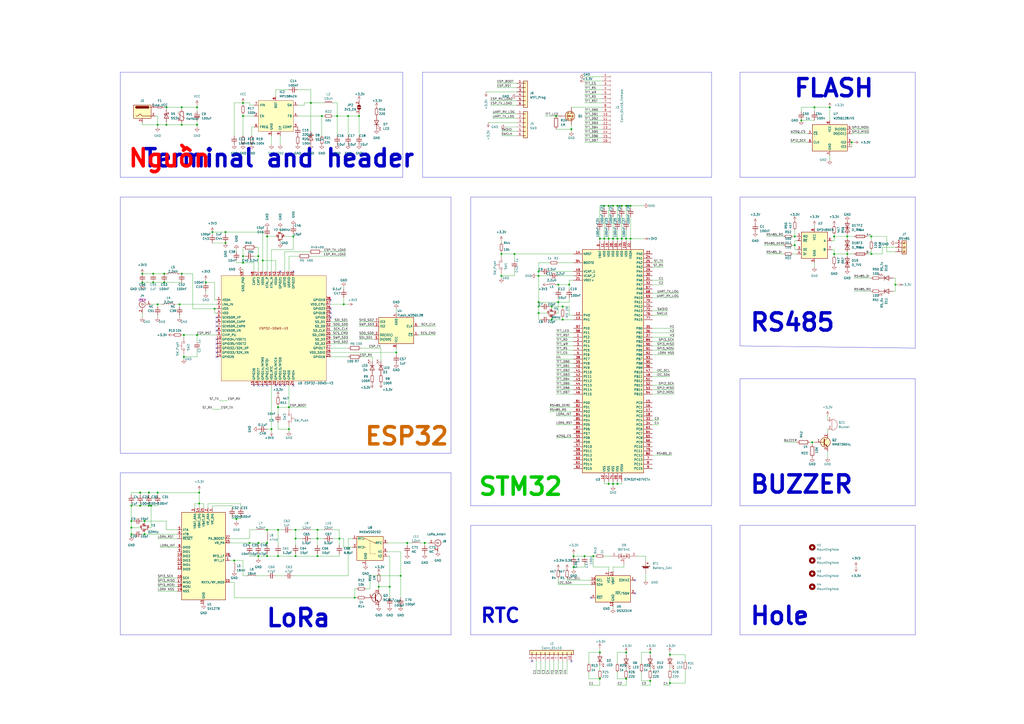
<source format=kicad_sch>
(kicad_sch (version 20230121) (generator eeschema)
  (paper "A2")
  (junction (at 140.97 59.69))
  (junction (at 119.38 163.83))
  (junction (at 154.94 314.96))
  (junction (at 87.63 293.37))
  (junction (at 358.14 138.43))
  (junction (at 124.46 179.07))
  (junction (at 154.94 322.58))
  (junction (at 483.87 137.16))
  (junction (at 355.6 119.38))
  (junction (at 377.19 394.97))
  (junction (at 154.94 137.16))
  (junction (at 171.45 307.34))
  (junction (at 114.3 62.23))
  (junction (at 219.71 340.36))
  (junction (at 135.89 325.12))
  (junction (at 290.83 147.32))
  (junction (at 355.6 280.67))
  (junction (at 161.29 322.58))
  (junction (at 184.15 312.42))
  (junction (at 149.86 148.59))
  (junction (at 196.85 312.42))
  (junction (at 76.2 293.37))
  (junction (at 81.28 293.37))
  (junction (at 388.62 396.24))
  (junction (at 152.4 151.13))
  (junction (at 226.06 340.36))
  (junction (at 96.52 72.39))
  (junction (at 115.57 292.1))
  (junction (at 232.41 334.01))
  (junction (at 491.49 137.16))
  (junction (at 323.85 165.1))
  (junction (at 95.25 158.75))
  (junction (at 205.74 346.71))
  (junction (at 363.22 119.38))
  (junction (at 353.06 280.67))
  (junction (at 154.94 307.34))
  (junction (at 229.87 204.47))
  (junction (at 130.81 134.62))
  (junction (at 505.46 137.16))
  (junction (at 472.44 62.23))
  (junction (at 377.19 378.46))
  (junction (at 471.17 256.54))
  (junction (at 363.22 393.7))
  (junction (at 290.83 160.02))
  (junction (at 140.97 148.59))
  (junction (at 320.04 177.8))
  (junction (at 323.85 175.26))
  (junction (at 365.76 119.38))
  (junction (at 481.33 62.23))
  (junction (at 105.41 72.39))
  (junction (at 331.47 74.93))
  (junction (at 88.9 158.75))
  (junction (at 130.81 140.97))
  (junction (at 347.98 138.43))
  (junction (at 461.01 137.16))
  (junction (at 326.39 185.42))
  (junction (at 140.97 67.31))
  (junction (at 365.76 138.43))
  (junction (at 355.6 138.43))
  (junction (at 312.42 160.02))
  (junction (at 360.68 119.38))
  (junction (at 91.44 72.39))
  (junction (at 96.52 62.23))
  (junction (at 353.06 119.38))
  (junction (at 180.34 59.69))
  (junction (at 149.86 322.58))
  (junction (at 167.64 248.92))
  (junction (at 76.2 306.07))
  (junction (at 358.14 280.67))
  (junction (at 320.04 185.42))
  (junction (at 347.98 378.46))
  (junction (at 86.36 293.37))
  (junction (at 82.55 158.75))
  (junction (at 83.82 309.88))
  (junction (at 105.41 62.23))
  (junction (at 494.03 82.55))
  (junction (at 201.93 67.31))
  (junction (at 171.45 322.58))
  (junction (at 106.68 207.01))
  (junction (at 171.45 312.42))
  (junction (at 347.98 393.7))
  (junction (at 161.29 236.22))
  (junction (at 312.42 181.61))
  (junction (at 88.9 163.83))
  (junction (at 81.28 285.75))
  (junction (at 326.39 177.8))
  (junction (at 83.82 302.26))
  (junction (at 312.42 177.8))
  (junction (at 157.48 248.92))
  (junction (at 208.28 67.31))
  (junction (at 106.68 194.31))
  (junction (at 339.09 322.58))
  (junction (at 298.45 147.32))
  (junction (at 363.22 138.43))
  (junction (at 104.14 176.53))
  (junction (at 312.42 175.26))
  (junction (at 184.15 307.34))
  (junction (at 76.2 302.26))
  (junction (at 360.68 138.43))
  (junction (at 140.97 152.4))
  (junction (at 350.52 138.43))
  (junction (at 86.36 285.75))
  (junction (at 123.19 134.62))
  (junction (at 322.58 67.31))
  (junction (at 167.64 236.22))
  (junction (at 95.25 163.83))
  (junction (at 344.17 322.58))
  (junction (at 358.14 119.38))
  (junction (at 519.43 165.1))
  (junction (at 105.41 158.75))
  (junction (at 363.22 378.46))
  (junction (at 246.38 314.96))
  (junction (at 149.86 314.96))
  (junction (at 491.49 147.32))
  (junction (at 82.55 163.83))
  (junction (at 483.87 147.32))
  (junction (at 353.06 138.43))
  (junction (at 91.44 176.53))
  (junction (at 350.52 119.38))
  (junction (at 91.44 285.75))
  (junction (at 137.16 300.99))
  (junction (at 332.74 328.93))
  (junction (at 388.62 379.73))
  (junction (at 461.01 142.24))
  (junction (at 114.3 72.39))
  (junction (at 332.74 322.58))
  (junction (at 144.78 314.96))
  (junction (at 184.15 322.58))
  (junction (at 464.82 69.85))
  (junction (at 186.69 67.31))
  (junction (at 195.58 67.31))
  (junction (at 199.39 176.53))
  (junction (at 76.2 309.88))
  (junction (at 236.22 314.96))
  (junction (at 161.29 307.34))
  (junction (at 114.3 194.31))
  (junction (at 330.2 165.1))
  (junction (at 505.46 147.32))
  (junction (at 312.42 157.48))
  (junction (at 115.57 285.75))
  (junction (at 170.18 137.16))
  (no_connect (at 152.4 223.52))
  (no_connect (at 125.73 186.69))
  (no_connect (at 191.77 184.15))
  (no_connect (at 170.18 223.52))
  (no_connect (at 149.86 223.52))
  (no_connect (at 342.9 346.71))
  (no_connect (at 165.1 223.52))
  (no_connect (at 125.73 189.23))
  (no_connect (at 308.61 383.54))
  (no_connect (at 133.35 322.58))
  (no_connect (at 162.56 223.52))
  (no_connect (at 191.77 179.07))
  (no_connect (at 162.56 157.48))
  (no_connect (at 125.73 199.39))
  (no_connect (at 125.73 204.47))
  (no_connect (at 125.73 196.85))
  (no_connect (at 125.73 207.01))
  (no_connect (at 147.32 223.52))
  (no_connect (at 125.73 201.93))
  (no_connect (at 191.77 181.61))
  (no_connect (at 191.77 173.99))
  (no_connect (at 160.02 223.52))
  (no_connect (at 125.73 191.77))
  (no_connect (at 368.3 344.17))
  (no_connect (at 125.73 184.15))
  (no_connect (at 170.18 157.48))
  (no_connect (at 368.3 336.55))
  (no_connect (at 331.47 383.54))
  (no_connect (at 154.94 223.52))
  (wire (pts (xy 130.81 134.62) (xy 130.81 135.89)))
  (wire (pts (xy 226.06 322.58) (xy 224.79 322.58)))
  (wire (pts (xy 339.09 59.69) (xy 349.25 59.69)))
  (wire (pts (xy 360.68 138.43) (xy 358.14 138.43)))
  (wire (pts (xy 323.85 160.02) (xy 332.74 160.02)))
  (wire (pts (xy 91.44 72.39) (xy 91.44 73.66)))
  (wire (pts (xy 161.29 240.03) (xy 161.29 236.22)))
  (wire (pts (xy 123.19 237.49) (xy 128.27 237.49)))
  (wire (pts (xy 388.62 218.44) (xy 378.46 218.44)))
  (wire (pts (xy 115.57 292.1) (xy 113.03 292.1)))
  (wire (pts (xy 505.46 147.32) (xy 502.92 147.32)))
  (wire (pts (xy 144.78 59.69) (xy 140.97 59.69)))
  (wire (pts (xy 365.76 139.7) (xy 365.76 138.43)))
  (wire (pts (xy 77.47 309.88) (xy 76.2 309.88)))
  (wire (pts (xy 157.48 78.74) (xy 157.48 83.82)))
  (wire (pts (xy 355.6 328.93) (xy 361.95 328.93)))
  (wire (pts (xy 330.2 182.88) (xy 332.74 182.88)))
  (wire (pts (xy 96.52 302.26) (xy 83.82 302.26)))
  (wire (pts (xy 459.74 147.32) (xy 462.28 147.32)))
  (wire (pts (xy 444.5 137.16) (xy 454.66 137.16)))
  (wire (pts (xy 330.2 162.56) (xy 332.74 162.56)))
  (wire (pts (xy 491.49 147.32) (xy 491.49 146.05)))
  (wire (pts (xy 391.16 198.12) (xy 378.46 198.12)))
  (wire (pts (xy 161.29 248.92) (xy 167.64 248.92)))
  (wire (pts (xy 322.58 223.52) (xy 332.74 223.52)))
  (wire (pts (xy 171.45 312.42) (xy 175.26 312.42)))
  (wire (pts (xy 114.3 194.31) (xy 125.73 194.31)))
  (wire (pts (xy 191.77 204.47) (xy 229.87 204.47)))
  (wire (pts (xy 360.68 279.4) (xy 360.68 280.67)))
  (polyline (pts (xy 530.86 201.93) (xy 429.26 200.66)))
  (wire (pts (xy 161.29 316.23) (xy 161.29 307.34)))
  (wire (pts (xy 358.14 139.7) (xy 358.14 138.43)))
  (wire (pts (xy 323.85 167.64) (xy 323.85 165.1)))
  (wire (pts (xy 464.82 62.23) (xy 472.44 62.23)))
  (wire (pts (xy 347.98 388.62) (xy 347.98 386.08)))
  (wire (pts (xy 83.82 302.26) (xy 83.82 303.53)))
  (wire (pts (xy 104.14 184.15) (xy 104.14 182.88)))
  (wire (pts (xy 219.71 341.63) (xy 219.71 340.36)))
  (wire (pts (xy 290.83 160.02) (xy 290.83 161.29)))
  (wire (pts (xy 124.46 179.07) (xy 111.76 179.07)))
  (wire (pts (xy 76.2 309.88) (xy 76.2 311.15)))
  (wire (pts (xy 201.93 194.31) (xy 191.77 194.31)))
  (wire (pts (xy 246.38 314.96) (xy 246.38 316.23)))
  (wire (pts (xy 511.81 147.32) (xy 505.46 147.32)))
  (wire (pts (xy 322.58 210.82) (xy 332.74 210.82)))
  (wire (pts (xy 372.11 394.97) (xy 377.19 394.97)))
  (wire (pts (xy 115.57 292.1) (xy 115.57 294.64)))
  (wire (pts (xy 161.29 322.58) (xy 154.94 322.58)))
  (wire (pts (xy 316.23 67.31) (xy 322.58 67.31)))
  (wire (pts (xy 393.7 170.18) (xy 378.46 170.18)))
  (wire (pts (xy 341.63 378.46) (xy 347.98 378.46)))
  (wire (pts (xy 397.51 383.54) (xy 397.51 379.73)))
  (wire (pts (xy 199.39 312.42) (xy 196.85 312.42)))
  (wire (pts (xy 350.52 322.58) (xy 354.33 322.58)))
  (wire (pts (xy 365.76 120.65) (xy 365.76 119.38)))
  (wire (pts (xy 290.83 76.2) (xy 299.72 76.2)))
  (wire (pts (xy 124.46 179.07) (xy 124.46 181.61)))
  (wire (pts (xy 204.47 317.5) (xy 199.39 317.5)))
  (wire (pts (xy 322.58 195.58) (xy 332.74 195.58)))
  (wire (pts (xy 154.94 322.58) (xy 154.94 321.31)))
  (wire (pts (xy 339.09 44.45) (xy 349.25 44.45)))
  (wire (pts (xy 232.41 346.71) (xy 232.41 334.01)))
  (wire (pts (xy 137.16 152.4) (xy 137.16 151.13)))
  (wire (pts (xy 285.75 66.04) (xy 299.72 66.04)))
  (wire (pts (xy 196.85 321.31) (xy 196.85 322.58)))
  (wire (pts (xy 123.19 293.37) (xy 134.62 293.37)))
  (wire (pts (xy 311.15 383.54) (xy 311.15 391.16)))
  (wire (pts (xy 514.35 146.05) (xy 519.43 146.05)))
  (wire (pts (xy 154.94 307.34) (xy 154.94 308.61)))
  (wire (pts (xy 180.34 59.69) (xy 176.53 59.69)))
  (wire (pts (xy 119.38 162.56) (xy 119.38 163.83)))
  (wire (pts (xy 176.53 60.96) (xy 172.72 60.96)))
  (wire (pts (xy 120.65 294.64) (xy 120.65 292.1)))
  (wire (pts (xy 167.64 157.48) (xy 167.64 148.59)))
  (wire (pts (xy 502.92 137.16) (xy 505.46 137.16)))
  (wire (pts (xy 519.43 161.29) (xy 518.16 161.29)))
  (wire (pts (xy 96.52 62.23) (xy 105.41 62.23)))
  (wire (pts (xy 339.09 82.55) (xy 349.25 82.55)))
  (wire (pts (xy 220.98 201.93) (xy 209.55 201.93)))
  (wire (pts (xy 355.6 119.38) (xy 353.06 119.38)))
  (wire (pts (xy 167.64 236.22) (xy 177.8 236.22)))
  (wire (pts (xy 472.44 152.4) (xy 472.44 154.94)))
  (wire (pts (xy 284.48 60.96) (xy 299.72 60.96)))
  (wire (pts (xy 144.78 322.58) (xy 144.78 321.31)))
  (wire (pts (xy 205.74 346.71) (xy 207.01 346.71)))
  (wire (pts (xy 326.39 383.54) (xy 326.39 391.16)))
  (wire (pts (xy 82.55 158.75) (xy 88.9 158.75)))
  (wire (pts (xy 471.17 256.54) (xy 471.17 257.81)))
  (wire (pts (xy 458.47 82.55) (xy 468.63 82.55)))
  (wire (pts (xy 215.9 209.55) (xy 215.9 207.01)))
  (wire (pts (xy 236.22 314.96) (xy 224.79 314.96)))
  (wire (pts (xy 339.09 72.39) (xy 349.25 72.39)))
  (wire (pts (xy 105.41 194.31) (xy 106.68 194.31)))
  (wire (pts (xy 86.36 293.37) (xy 87.63 293.37)))
  (wire (pts (xy 391.16 200.66) (xy 378.46 200.66)))
  (wire (pts (xy 391.16 226.06) (xy 378.46 226.06)))
  (wire (pts (xy 123.19 294.64) (xy 123.19 293.37)))
  (wire (pts (xy 104.14 176.53) (xy 104.14 177.8)))
  (wire (pts (xy 111.76 158.75) (xy 105.41 158.75)))
  (polyline (pts (xy 412.75 102.87) (xy 245.11 102.87)))
  (wire (pts (xy 312.42 181.61) (xy 312.42 185.42)))
  (wire (pts (xy 464.82 69.85) (xy 472.44 69.85)))
  (wire (pts (xy 387.35 182.88) (xy 378.46 182.88)))
  (wire (pts (xy 378.46 246.38) (xy 382.27 246.38)))
  (wire (pts (xy 195.58 59.69) (xy 195.58 67.31)))
  (wire (pts (xy 149.86 322.58) (xy 154.94 322.58)))
  (wire (pts (xy 283.21 71.12) (xy 299.72 71.12)))
  (wire (pts (xy 339.09 74.93) (xy 349.25 74.93)))
  (polyline (pts (xy 429.26 368.3) (xy 530.86 368.3)))
  (wire (pts (xy 472.44 64.77) (xy 472.44 62.23)))
  (wire (pts (xy 358.14 119.38) (xy 355.6 119.38)))
  (wire (pts (xy 165.1 157.48) (xy 165.1 146.05)))
  (wire (pts (xy 87.63 176.53) (xy 91.44 176.53)))
  (wire (pts (xy 322.58 246.38) (xy 332.74 246.38)))
  (wire (pts (xy 372.11 378.46) (xy 377.19 378.46)))
  (wire (pts (xy 363.22 119.38) (xy 360.68 119.38)))
  (wire (pts (xy 205.74 341.63) (xy 205.74 346.71)))
  (wire (pts (xy 81.28 293.37) (xy 86.36 293.37)))
  (wire (pts (xy 483.87 147.32) (xy 491.49 147.32)))
  (wire (pts (xy 140.97 148.59) (xy 140.97 152.4)))
  (wire (pts (xy 118.11 294.64) (xy 118.11 292.1)))
  (wire (pts (xy 219.71 337.82) (xy 219.71 340.36)))
  (wire (pts (xy 388.62 393.7) (xy 388.62 396.24)))
  (polyline (pts (xy 530.86 114.3) (xy 530.86 201.93)))
  (wire (pts (xy 199.39 172.72) (xy 199.39 176.53)))
  (wire (pts (xy 140.97 156.21) (xy 140.97 157.48)))
  (wire (pts (xy 350.52 125.73) (xy 350.52 138.43)))
  (wire (pts (xy 358.14 119.38) (xy 358.14 128.27)))
  (wire (pts (xy 96.52 72.39) (xy 91.44 72.39)))
  (polyline (pts (xy 530.86 368.3) (xy 530.86 304.8)))
  (wire (pts (xy 318.77 236.22) (xy 332.74 236.22)))
  (wire (pts (xy 514.35 137.16) (xy 514.35 146.05)))
  (wire (pts (xy 323.85 165.1) (xy 322.58 165.1)))
  (wire (pts (xy 152.4 157.48) (xy 152.4 151.13)))
  (polyline (pts (xy 530.86 219.71) (xy 530.86 293.37)))
  (wire (pts (xy 312.42 160.02) (xy 318.77 160.02)))
  (wire (pts (xy 290.83 78.74) (xy 299.72 78.74)))
  (wire (pts (xy 140.97 152.4) (xy 147.32 152.4)))
  (wire (pts (xy 207.01 341.63) (xy 205.74 341.63)))
  (wire (pts (xy 83.82 309.88) (xy 83.82 308.61)))
  (wire (pts (xy 378.46 190.5) (xy 391.16 190.5)))
  (wire (pts (xy 143.51 334.01) (xy 140.97 334.01)))
  (wire (pts (xy 146.05 73.66) (xy 147.32 73.66)))
  (wire (pts (xy 76.2 293.37) (xy 76.2 292.1)))
  (wire (pts (xy 114.3 60.96) (xy 114.3 62.23)))
  (wire (pts (xy 246.38 314.96) (xy 243.84 314.96)))
  (wire (pts (xy 388.62 396.24) (xy 388.62 397.51)))
  (wire (pts (xy 298.45 156.21) (xy 298.45 160.02)))
  (wire (pts (xy 124.46 173.99) (xy 125.73 173.99)))
  (wire (pts (xy 520.7 165.1) (xy 519.43 165.1)))
  (wire (pts (xy 483.87 135.89) (xy 483.87 137.16)))
  (wire (pts (xy 365.76 138.43) (xy 373.38 138.43)))
  (wire (pts (xy 115.57 292.1) (xy 115.57 285.75)))
  (wire (pts (xy 290.83 147.32) (xy 298.45 147.32)))
  (wire (pts (xy 153.67 307.34) (xy 154.94 307.34)))
  (wire (pts (xy 186.69 78.74) (xy 186.69 67.31)))
  (wire (pts (xy 483.87 139.7) (xy 482.6 139.7)))
  (wire (pts (xy 519.43 143.51) (xy 511.81 143.51)))
  (wire (pts (xy 91.44 177.8) (xy 91.44 176.53)))
  (wire (pts (xy 347.98 393.7) (xy 347.98 397.51)))
  (wire (pts (xy 226.06 340.36) (xy 226.06 322.58)))
  (wire (pts (xy 134.62 300.99) (xy 134.62 299.72)))
  (wire (pts (xy 123.19 140.97) (xy 130.81 140.97)))
  (wire (pts (xy 184.15 322.58) (xy 171.45 322.58)))
  (wire (pts (xy 236.22 314.96) (xy 236.22 316.23)))
  (wire (pts (xy 102.87 307.34) (xy 96.52 307.34)))
  (wire (pts (xy 332.74 328.93) (xy 332.74 330.2)))
  (wire (pts (xy 347.98 139.7) (xy 347.98 138.43)))
  (wire (pts (xy 397.51 388.62) (xy 397.51 396.24)))
  (wire (pts (xy 312.42 177.8) (xy 312.42 181.61)))
  (polyline (pts (xy 429.26 219.71) (xy 530.86 219.71)))
  (wire (pts (xy 358.14 378.46) (xy 363.22 378.46)))
  (wire (pts (xy 193.04 312.42) (xy 196.85 312.42)))
  (wire (pts (xy 363.22 119.38) (xy 363.22 128.27)))
  (wire (pts (xy 135.89 337.82) (xy 135.89 346.71)))
  (wire (pts (xy 322.58 220.98) (xy 332.74 220.98)))
  (wire (pts (xy 363.22 387.35) (xy 363.22 388.62)))
  (wire (pts (xy 360.68 125.73) (xy 360.68 138.43)))
  (wire (pts (xy 323.85 165.1) (xy 330.2 165.1)))
  (wire (pts (xy 91.44 292.1) (xy 91.44 293.37)))
  (wire (pts (xy 312.42 175.26) (xy 312.42 177.8)))
  (wire (pts (xy 184.15 321.31) (xy 184.15 322.58)))
  (wire (pts (xy 167.64 248.92) (xy 167.64 247.65)))
  (wire (pts (xy 339.09 328.93) (xy 339.09 327.66)))
  (wire (pts (xy 514.35 137.16) (xy 505.46 137.16)))
  (wire (pts (xy 229.87 205.74) (xy 229.87 204.47)))
  (wire (pts (xy 127 232.41) (xy 132.08 232.41)))
  (wire (pts (xy 365.76 125.73) (xy 365.76 138.43)))
  (wire (pts (xy 378.46 193.04) (xy 391.16 193.04)))
  (wire (pts (xy 149.86 143.51) (xy 149.86 148.59)))
  (wire (pts (xy 387.35 180.34) (xy 378.46 180.34)))
  (polyline (pts (xy 273.05 114.3) (xy 273.05 293.37)))
  (wire (pts (xy 491.49 135.89) (xy 491.49 137.16)))
  (wire (pts (xy 471.17 256.54) (xy 472.44 256.54)))
  (wire (pts (xy 144.78 322.58) (xy 149.86 322.58)))
  (wire (pts (xy 358.14 384.81) (xy 358.14 378.46)))
  (wire (pts (xy 290.83 139.7) (xy 290.83 140.97)))
  (wire (pts (xy 341.63 384.81) (xy 341.63 378.46)))
  (wire (pts (xy 149.86 314.96) (xy 144.78 314.96)))
  (wire (pts (xy 208.28 196.85) (xy 217.17 196.85)))
  (wire (pts (xy 322.58 198.12) (xy 332.74 198.12)))
  (wire (pts (xy 106.68 207.01) (xy 106.68 208.28)))
  (wire (pts (xy 505.46 139.7) (xy 505.46 137.16)))
  (wire (pts (xy 96.52 63.5) (xy 96.52 62.23)))
  (wire (pts (xy 353.06 279.4) (xy 353.06 280.67)))
  (wire (pts (xy 186.69 67.31) (xy 172.72 67.31)))
  (wire (pts (xy 124.46 181.61) (xy 125.73 181.61)))
  (wire (pts (xy 344.17 328.93) (xy 344.17 322.58)))
  (wire (pts (xy 82.55 165.1) (xy 82.55 163.83)))
  (wire (pts (xy 281.94 53.34) (xy 299.72 53.34)))
  (wire (pts (xy 358.14 280.67) (xy 355.6 280.67)))
  (wire (pts (xy 355.6 280.67) (xy 355.6 281.94)))
  (wire (pts (xy 214.63 334.01) (xy 232.41 334.01)))
  (wire (pts (xy 322.58 74.93) (xy 331.47 74.93)))
  (wire (pts (xy 443.23 142.24) (xy 454.66 142.24)))
  (wire (pts (xy 76.2 285.75) (xy 76.2 287.02)))
  (wire (pts (xy 495.3 168.91) (xy 505.46 168.91)))
  (wire (pts (xy 331.47 76.2) (xy 331.47 74.93)))
  (wire (pts (xy 199.39 166.37) (xy 199.39 167.64)))
  (wire (pts (xy 464.82 64.77) (xy 464.82 62.23)))
  (wire (pts (xy 347.98 375.92) (xy 347.98 378.46)))
  (wire (pts (xy 326.39 185.42) (xy 326.39 184.15)))
  (wire (pts (xy 391.16 205.74) (xy 378.46 205.74)))
  (wire (pts (xy 152.4 151.13) (xy 152.4 134.62)))
  (wire (pts (xy 82.55 72.39) (xy 82.55 71.12)))
  (wire (pts (xy 378.46 172.72) (xy 393.7 172.72)))
  (wire (pts (xy 171.45 321.31) (xy 171.45 322.58)))
  (wire (pts (xy 167.64 236.22) (xy 167.64 223.52)))
  (wire (pts (xy 212.09 341.63) (xy 214.63 341.63)))
  (wire (pts (xy 140.97 148.59) (xy 142.24 148.59)))
  (wire (pts (xy 326.39 185.42) (xy 332.74 185.42)))
  (wire (pts (xy 363.22 138.43) (xy 360.68 138.43)))
  (wire (pts (xy 180.34 52.07) (xy 180.34 59.69)))
  (wire (pts (xy 96.52 62.23) (xy 95.25 62.23)))
  (wire (pts (xy 363.22 393.7) (xy 363.22 397.51)))
  (wire (pts (xy 472.44 130.81) (xy 472.44 132.08)))
  (wire (pts (xy 184.15 307.34) (xy 180.34 307.34)))
  (wire (pts (xy 87.63 293.37) (xy 91.44 293.37)))
  (polyline (pts (xy 273.05 114.3) (xy 412.75 114.3)))
  (wire (pts (xy 494.03 77.47) (xy 504.19 77.47)))
  (wire (pts (xy 162.56 78.74) (xy 162.56 83.82)))
  (wire (pts (xy 312.42 181.61) (xy 317.5 181.61)))
  (wire (pts (xy 196.85 307.34) (xy 193.04 307.34)))
  (wire (pts (xy 518.16 168.91) (xy 519.43 168.91)))
  (wire (pts (xy 482.6 144.78) (xy 483.87 144.78)))
  (wire (pts (xy 180.34 59.69) (xy 187.96 59.69)))
  (wire (pts (xy 330.2 167.64) (xy 330.2 165.1)))
  (wire (pts (xy 160.02 52.07) (xy 160.02 55.88)))
  (wire (pts (xy 330.2 172.72) (xy 330.2 175.26)))
  (wire (pts (xy 312.42 160.02) (xy 312.42 175.26)))
  (polyline (pts (xy 429.26 304.8) (xy 429.26 368.3)))
  (wire (pts (xy 111.76 179.07) (xy 111.76 158.75)))
  (wire (pts (xy 165.1 146.05) (xy 179.07 146.05)))
  (wire (pts (xy 91.44 335.28) (xy 102.87 335.28)))
  (wire (pts (xy 350.52 119.38) (xy 347.98 119.38)))
  (wire (pts (xy 86.36 306.07) (xy 87.63 306.07)))
  (wire (pts (xy 339.09 67.31) (xy 349.25 67.31)))
  (wire (pts (xy 195.58 67.31) (xy 193.04 67.31)))
  (wire (pts (xy 184.15 312.42) (xy 187.96 312.42)))
  (wire (pts (xy 191.77 207.01) (xy 201.93 207.01)))
  (wire (pts (xy 312.42 152.4) (xy 312.42 157.48)))
  (wire (pts (xy 201.93 176.53) (xy 199.39 176.53)))
  (wire (pts (xy 195.58 67.31) (xy 195.58 78.74)))
  (polyline (pts (xy 429.26 41.91) (xy 429.26 102.87)))
  (wire (pts (xy 328.93 383.54) (xy 328.93 391.16)))
  (wire (pts (xy 483.87 137.16) (xy 483.87 139.7)))
  (wire (pts (xy 322.58 200.66) (xy 332.74 200.66)))
  (wire (pts (xy 170.18 144.78) (xy 170.18 137.16)))
  (wire (pts (xy 322.58 213.36) (xy 332.74 213.36)))
  (wire (pts (xy 483.87 137.16) (xy 491.49 137.16)))
  (wire (pts (xy 81.28 285.75) (xy 76.2 285.75)))
  (wire (pts (xy 389.89 264.16) (xy 378.46 264.16)))
  (wire (pts (xy 339.09 64.77) (xy 349.25 64.77)))
  (wire (pts (xy 285.75 68.58) (xy 299.72 68.58)))
  (wire (pts (xy 321.31 383.54) (xy 321.31 391.16)))
  (wire (pts (xy 171.45 307.34) (xy 171.45 312.42)))
  (wire (pts (xy 355.6 138.43) (xy 358.14 138.43)))
  (wire (pts (xy 82.55 309.88) (xy 83.82 309.88)))
  (wire (pts (xy 397.51 396.24) (xy 388.62 396.24)))
  (wire (pts (xy 328.93 336.55) (xy 328.93 335.28)))
  (wire (pts (xy 318.77 157.48) (xy 332.74 157.48)))
  (wire (pts (xy 320.04 185.42) (xy 320.04 184.15)))
  (wire (pts (xy 372.11 384.81) (xy 372.11 378.46)))
  (wire (pts (xy 312.42 157.48) (xy 313.69 157.48)))
  (wire (pts (xy 347.98 119.38) (xy 347.98 128.27)))
  (wire (pts (xy 105.41 72.39) (xy 96.52 72.39)))
  (wire (pts (xy 378.46 165.1) (xy 384.81 165.1)))
  (wire (pts (xy 461.01 139.7) (xy 462.28 139.7)))
  (wire (pts (xy 157.48 223.52) (xy 157.48 248.92)))
  (wire (pts (xy 444.5 147.32) (xy 454.66 147.32)))
  (wire (pts (xy 350.52 119.38) (xy 350.52 120.65)))
  (wire (pts (xy 353.06 328.93) (xy 353.06 331.47)))
  (wire (pts (xy 172.72 52.07) (xy 180.34 52.07)))
  (wire (pts (xy 341.63 393.7) (xy 347.98 393.7)))
  (wire (pts (xy 180.34 312.42) (xy 184.15 312.42)))
  (wire (pts (xy 339.09 80.01) (xy 349.25 80.01)))
  (wire (pts (xy 184.15 307.34) (xy 184.15 312.42)))
  (wire (pts (xy 171.45 312.42) (xy 171.45 316.23)))
  (wire (pts (xy 140.97 152.4) (xy 137.16 152.4)))
  (wire (pts (xy 76.2 302.26) (xy 76.2 293.37)))
  (wire (pts (xy 76.2 309.88) (xy 76.2 306.07)))
  (wire (pts (xy 461.01 137.16) (xy 462.28 137.16)))
  (polyline (pts (xy 429.26 219.71) (xy 429.26 293.37)))
  (wire (pts (xy 161.29 245.11) (xy 161.29 248.92)))
  (wire (pts (xy 459.74 137.16) (xy 461.01 137.16)))
  (wire (pts (xy 491.49 137.16) (xy 495.3 137.16)))
  (wire (pts (xy 123.19 134.62) (xy 130.81 134.62)))
  (wire (pts (xy 88.9 163.83) (xy 95.25 163.83)))
  (wire (pts (xy 353.06 138.43) (xy 353.06 139.7)))
  (wire (pts (xy 82.55 163.83) (xy 88.9 163.83)))
  (wire (pts (xy 114.3 69.85) (xy 114.3 72.39)))
  (wire (pts (xy 135.89 346.71) (xy 205.74 346.71)))
  (wire (pts (xy 208.28 194.31) (xy 217.17 194.31)))
  (wire (pts (xy 160.02 151.13) (xy 152.4 151.13)))
  (wire (pts (xy 339.09 57.15) (xy 349.25 57.15)))
  (wire (pts (xy 284.48 58.42) (xy 299.72 58.42)))
  (wire (pts (xy 454.66 256.54) (xy 462.28 256.54)))
  (wire (pts (xy 481.33 62.23) (xy 481.33 69.85)))
  (wire (pts (xy 165.1 334.01) (xy 160.02 334.01)))
  (wire (pts (xy 91.44 285.75) (xy 91.44 287.02)))
  (wire (pts (xy 149.86 322.58) (xy 149.86 323.85)))
  (polyline (pts (xy 530.86 102.87) (xy 429.26 102.87)))
  (polyline (pts (xy 261.62 262.89) (xy 69.85 262.89)))
  (polyline (pts (xy 69.85 41.91) (xy 69.85 102.87)))
  (wire (pts (xy 149.86 148.59) (xy 149.86 157.48)))
  (wire (pts (xy 388.62 379.73) (xy 388.62 378.46)))
  (wire (pts (xy 180.34 59.69) (xy 180.34 76.2)))
  (wire (pts (xy 347.98 133.35) (xy 347.98 138.43)))
  (wire (pts (xy 378.46 162.56) (xy 384.81 162.56)))
  (wire (pts (xy 322.58 215.9) (xy 332.74 215.9)))
  (wire (pts (xy 339.09 69.85) (xy 349.25 69.85)))
  (wire (pts (xy 323.85 175.26) (xy 330.2 175.26)))
  (wire (pts (xy 120.65 292.1) (xy 139.7 292.1)))
  (wire (pts (xy 157.48 248.92) (xy 157.48 250.19)))
  (wire (pts (xy 162.56 140.97) (xy 162.56 139.7)))
  (wire (pts (xy 341.63 397.51) (xy 347.98 397.51)))
  (wire (pts (xy 193.04 59.69) (xy 195.58 59.69)))
  (wire (pts (xy 167.64 52.07) (xy 160.02 52.07)))
  (polyline (pts (xy 412.75 293.37) (xy 273.05 293.37)))
  (wire (pts (xy 320.04 185.42) (xy 326.39 185.42)))
  (wire (pts (xy 226.06 346.71) (xy 226.06 340.36)))
  (wire (pts (xy 186.69 67.31) (xy 187.96 67.31)))
  (wire (pts (xy 114.3 207.01) (xy 106.68 207.01)))
  (wire (pts (xy 133.35 314.96) (xy 144.78 314.96)))
  (polyline (pts (xy 69.85 41.91) (xy 233.68 41.91)))
  (wire (pts (xy 322.58 241.3) (xy 332.74 241.3)))
  (wire (pts (xy 298.45 160.02) (xy 290.83 160.02)))
  (wire (pts (xy 105.41 62.23) (xy 105.41 63.5)))
  (wire (pts (xy 220.98 201.93) (xy 220.98 209.55)))
  (wire (pts (xy 378.46 243.84) (xy 382.27 243.84)))
  (wire (pts (xy 91.44 340.36) (xy 102.87 340.36)))
  (wire (pts (xy 201.93 67.31) (xy 195.58 67.31)))
  (wire (pts (xy 347.98 138.43) (xy 350.52 138.43)))
  (wire (pts (xy 355.6 125.73) (xy 355.6 138.43)))
  (wire (pts (xy 199.39 176.53) (xy 191.77 176.53)))
  (wire (pts (xy 140.97 143.51) (xy 140.97 148.59)))
  (wire (pts (xy 313.69 177.8) (xy 312.42 177.8)))
  (wire (pts (xy 384.81 397.51) (xy 388.62 397.51)))
  (wire (pts (xy 290.83 160.02) (xy 290.83 158.75)))
  (wire (pts (xy 114.3 194.31) (xy 114.3 198.12)))
  (wire (pts (xy 105.41 71.12) (xy 105.41 72.39)))
  (wire (pts (xy 378.46 195.58) (xy 391.16 195.58)))
  (wire (pts (xy 134.62 293.37) (xy 134.62 294.64)))
  (wire (pts (xy 114.3 72.39) (xy 114.3 73.66)))
  (polyline (pts (xy 69.85 274.32) (xy 69.85 368.3)))
  (wire (pts (xy 91.44 342.9) (xy 102.87 342.9)))
  (wire (pts (xy 105.41 72.39) (xy 114.3 72.39)))
  (wire (pts (xy 330.2 182.88) (xy 330.2 177.8)))
  (wire (pts (xy 358.14 133.35) (xy 358.14 138.43)))
  (wire (pts (xy 196.85 322.58) (xy 184.15 322.58)))
  (wire (pts (xy 360.68 119.38) (xy 358.14 119.38)))
  (wire (pts (xy 140.97 67.31) (xy 140.97 66.04)))
  (wire (pts (xy 148.59 143.51) (xy 149.86 143.51)))
  (wire (pts (xy 144.78 307.34) (xy 148.59 307.34)))
  (wire (pts (xy 312.42 152.4) (xy 318.77 152.4)))
  (wire (pts (xy 82.55 181.61) (xy 82.55 184.15)))
  (wire (pts (xy 133.35 312.42) (xy 144.78 312.42)))
  (wire (pts (xy 339.09 52.07) (xy 349.25 52.07)))
  (wire (pts (xy 293.37 73.66) (xy 299.72 73.66)))
  (polyline (pts (xy 261.62 274.32) (xy 69.85 274.32)))
  (wire (pts (xy 353.06 119.38) (xy 350.52 119.38)))
  (wire (pts (xy 91.44 176.53) (xy 93.98 176.53)))
  (wire (pts (xy 332.74 322.58) (xy 339.09 322.58)))
  (wire (pts (xy 363.22 379.73) (xy 363.22 378.46)))
  (wire (pts (xy 322.58 67.31) (xy 323.85 67.31)))
  (wire (pts (xy 322.58 228.6) (xy 332.74 228.6)))
  (wire (pts (xy 323.85 172.72) (xy 323.85 175.26)))
  (wire (pts (xy 322.58 208.28) (xy 332.74 208.28)))
  (wire (pts (xy 170.18 135.89) (xy 170.18 137.16)))
  (wire (pts (xy 353.06 119.38) (xy 353.06 128.27)))
  (wire (pts (xy 360.68 138.43) (xy 360.68 139.7)))
  (wire (pts (xy 323.85 383.54) (xy 323.85 391.16)))
  (wire (pts (xy 149.86 314.96) (xy 149.86 316.23)))
  (wire (pts (xy 214.63 341.63) (xy 214.63 334.01)))
  (wire (pts (xy 130.81 134.62) (xy 152.4 134.62)))
  (wire (pts (xy 154.94 313.69) (xy 154.94 314.96)))
  (wire (pts (xy 391.16 223.52) (xy 378.46 223.52)))
  (wire (pts (xy 353.06 133.35) (xy 353.06 138.43)))
  (wire (pts (xy 313.69 383.54) (xy 313.69 391.16)))
  (wire (pts (xy 77.47 302.26) (xy 76.2 302.26)))
  (wire (pts (xy 92.71 317.5) (xy 102.87 317.5)))
  (wire (pts (xy 229.87 179.07) (xy 229.87 181.61)))
  (wire (pts (xy 101.6 176.53) (xy 104.14 176.53)))
  (polyline (pts (xy 530.86 41.91) (xy 530.86 102.87)))
  (wire (pts (xy 201.93 201.93) (xy 191.77 201.93)))
  (wire (pts (xy 298.45 147.32) (xy 332.74 147.32)))
  (wire (pts (xy 320.04 179.07) (xy 320.04 177.8)))
  (wire (pts (xy 201.93 78.74) (xy 201.93 67.31)))
  (wire (pts (xy 161.29 321.31) (xy 161.29 322.58)))
  (wire (pts (xy 388.62 215.9) (xy 378.46 215.9)))
  (wire (pts (xy 504.19 74.93) (xy 494.03 74.93)))
  (wire (pts (xy 91.44 337.82) (xy 102.87 337.82)))
  (polyline (pts (xy 412.75 41.91) (xy 412.75 102.87)))
  (wire (pts (xy 372.11 389.89) (xy 372.11 394.97)))
  (wire (pts (xy 105.41 62.23) (xy 114.3 62.23)))
  (wire (pts (xy 146.05 78.74) (xy 146.05 73.66)))
  (wire (pts (xy 461.01 142.24) (xy 461.01 144.78)))
  (wire (pts (xy 358.14 397.51) (xy 363.22 397.51)))
  (wire (pts (xy 76.2 306.07) (xy 81.28 306.07)))
  (wire (pts (xy 137.16 300.99) (xy 134.62 300.99)))
  (wire (pts (xy 157.48 144.78) (xy 170.18 144.78)))
  (wire (pts (xy 144.78 60.96) (xy 144.78 59.69)))
  (wire (pts (xy 377.19 379.73) (xy 377.19 378.46)))
  (wire (pts (xy 332.74 238.76) (xy 318.77 238.76)))
  (wire (pts (xy 360.68 280.67) (xy 358.14 280.67)))
  (wire (pts (xy 229.87 201.93) (xy 229.87 204.47)))
  (wire (pts (xy 219.71 340.36) (xy 226.06 340.36)))
  (wire (pts (xy 331.47 72.39) (xy 331.47 74.93)))
  (wire (pts (xy 326.39 177.8) (xy 330.2 177.8)))
  (wire (pts (xy 388.62 388.62) (xy 388.62 387.35)))
  (wire (pts (xy 147.32 148.59) (xy 149.86 148.59)))
  (wire (pts (xy 137.16 144.78) (xy 137.16 146.05)))
  (wire (pts (xy 353.06 280.67) (xy 350.52 280.67)))
  (polyline (pts (xy 233.68 102.87) (xy 69.85 102.87)))
  (wire (pts (xy 160.02 137.16) (xy 154.94 137.16)))
  (wire (pts (xy 196.85 316.23) (xy 196.85 312.42)))
  (wire (pts (xy 154.94 314.96) (xy 154.94 316.23)))
  (wire (pts (xy 88.9 158.75) (xy 95.25 158.75)))
  (wire (pts (xy 106.68 194.31) (xy 114.3 194.31)))
  (wire (pts (xy 149.86 321.31) (xy 149.86 322.58)))
  (wire (pts (xy 290.83 147.32) (xy 290.83 148.59)))
  (wire (pts (xy 86.36 285.75) (xy 81.28 285.75)))
  (wire (pts (xy 322.58 226.06) (xy 332.74 226.06)))
  (wire (pts (xy 81.28 292.1) (xy 81.28 293.37)))
  (wire (pts (xy 332.74 328.93) (xy 339.09 328.93)))
  (wire (pts (xy 137.16 300.99) (xy 137.16 302.26)))
  (wire (pts (xy 135.89 325.12) (xy 140.97 325.12)))
  (wire (pts (xy 114.3 62.23) (xy 114.3 64.77)))
  (polyline (pts (xy 273.05 304.8) (xy 412.75 304.8)))
  (wire (pts (xy 208.28 67.31) (xy 208.28 78.74)))
  (wire (pts (xy 323.85 175.26) (xy 312.42 175.26)))
  (wire (pts (xy 154.94 314.96) (xy 149.86 314.96)))
  (wire (pts (xy 505.46 144.78) (xy 505.46 147.32)))
  (wire (pts (xy 171.45 307.34) (xy 175.26 307.34)))
  (wire (pts (xy 313.69 185.42) (xy 312.42 185.42)))
  (wire (pts (xy 318.77 185.42) (xy 320.04 185.42)))
  (wire (pts (xy 113.03 292.1) (xy 113.03 294.64)))
  (wire (pts (xy 91.44 285.75) (xy 115.57 285.75)))
  (wire (pts (xy 355.6 279.4) (xy 355.6 280.67)))
  (wire (pts (xy 201.93 67.31) (xy 208.28 67.31)))
  (wire (pts (xy 377.19 388.62) (xy 377.19 387.35)))
  (wire (pts (xy 353.06 138.43) (xy 350.52 138.43)))
  (wire (pts (xy 339.09 322.58) (xy 344.17 322.58)))
  (wire (pts (xy 87.63 293.37) (xy 87.63 306.07)))
  (wire (pts (xy 361.95 327.66) (xy 361.95 328.93)))
  (wire (pts (xy 328.93 336.55) (xy 342.9 336.55)))
  (wire (pts (xy 135.89 59.69) (xy 140.97 59.69)))
  (wire (pts (xy 339.09 49.53) (xy 349.25 49.53)))
  (wire (pts (xy 76.2 293.37) (xy 81.28 293.37)))
  (wire (pts (xy 461.01 133.35) (xy 461.01 137.16)))
  (wire (pts (xy 332.74 193.04) (xy 322.58 193.04)))
  (wire (pts (xy 86.36 285.75) (xy 86.36 287.02)))
  (wire (pts (xy 365.76 119.38) (xy 363.22 119.38)))
  (wire (pts (xy 358.14 393.7) (xy 363.22 393.7)))
  (polyline (pts (xy 429.26 114.3) (xy 429.26 200.66)))
  (wire (pts (xy 360.68 119.38) (xy 360.68 120.65)))
  (wire (pts (xy 196.85 312.42) (xy 196.85 307.34)))
  (wire (pts (xy 374.65 325.12) (xy 374.65 322.58)))
  (wire (pts (xy 135.89 78.74) (xy 135.89 59.69)))
  (polyline (pts (xy 69.85 114.3) (xy 69.85 262.89)))
  (wire (pts (xy 311.15 160.02) (xy 312.42 160.02)))
  (wire (pts (xy 316.23 383.54) (xy 316.23 391.16)))
  (wire (pts (xy 96.52 71.12) (xy 96.52 72.39)))
  (wire (pts (xy 96.52 158.75) (xy 95.25 158.75)))
  (wire (pts (xy 355.6 280.67) (xy 353.06 280.67)))
  (wire (pts (xy 104.14 158.75) (xy 105.41 158.75)))
  (wire (pts (xy 248.92 314.96) (xy 246.38 314.96)))
  (wire (pts (xy 323.85 181.61) (xy 323.85 175.26)))
  (wire (pts (xy 161.29 234.95) (xy 161.29 236.22)))
  (wire (pts (xy 468.63 77.47) (xy 458.47 77.47)))
  (wire (pts (xy 339.09 54.61) (xy 349.25 54.61)))
  (wire (pts (xy 350.52 280.67) (xy 350.52 279.4)))
  (wire (pts (xy 341.63 389.89) (xy 341.63 393.7)))
  (wire (pts (xy 511.81 143.51) (xy 511.81 147.32)))
  (wire (pts (xy 345.44 322.58) (xy 344.17 322.58)))
  (wire (pts (xy 290.83 146.05) (xy 290.83 147.32)))
  (wire (pts (xy 167.64 248.92) (xy 167.64 250.19)))
  (wire (pts (xy 472.44 62.23) (xy 481.33 62.23)))
  (wire (pts (xy 160.02 157.48) (xy 160.02 151.13)))
  (wire (pts (xy 147.32 67.31) (xy 140.97 67.31)))
  (wire (pts (xy 483.87 147.32) (xy 483.87 148.59)))
  (wire (pts (xy 119.38 170.18) (xy 119.38 168.91)))
  (wire (pts (xy 139.7 299.72) (xy 139.7 300.99)))
  (wire (pts (xy 124.46 173.99) (xy 124.46 163.83)))
  (wire (pts (xy 339.09 77.47) (xy 349.25 77.47)))
  (wire (pts (xy 519.43 168.91) (xy 519.43 165.1)))
  (wire (pts (xy 332.74 321.31) (xy 332.74 322.58)))
  (wire (pts (xy 322.58 181.61) (xy 323.85 181.61)))
  (wire (pts (xy 140.97 67.31) (xy 140.97 78.74)))
  (wire (pts (xy 365.76 138.43) (xy 363.22 138.43)))
  (wire (pts (xy 363.22 138.43) (xy 363.22 139.7)))
  (polyline (pts (xy 273.05 368.3) (xy 412.75 368.3)))
  (wire (pts (xy 491.49 147.32) (xy 491.49 148.59)))
  (wire (pts (xy 480.06 265.43) (xy 480.06 261.62)))
  (wire (pts (xy 332.74 254) (xy 322.58 254)))
  (wire (pts (xy 201.93 191.77) (xy 191.77 191.77)))
  (wire (pts (xy 114.3 203.2) (xy 114.3 207.01)))
  (wire (pts (xy 318.77 383.54) (xy 318.77 391.16)))
  (wire (pts (xy 384.81 152.4) (xy 378.46 152.4)))
  (wire (pts (xy 491.49 147.32) (xy 495.3 147.32)))
  (wire (pts (xy 147.32 60.96) (xy 144.78 60.96)))
  (wire (pts (xy 252.73 194.31) (xy 242.57 194.31)))
  (wire (pts (xy 355.6 351.79) (xy 355.6 353.06)))
  (wire (pts (xy 377.19 393.7) (xy 377.19 394.97)))
  (polyline (pts (xy 429.26 304.8) (xy 530.86 304.8)))
  (wire (pts (xy 298.45 147.32) (xy 298.45 151.13)))
  (wire (pts (xy 161.29 236.22) (xy 167.64 236.22)))
  (wire (pts (xy 323.85 152.4) (xy 332.74 152.4)))
  (polyline (pts (xy 412.75 368.3) (xy 412.75 304.8)))
  (wire (pts (xy 140.97 334.01) (xy 140.97 325.12)))
  (wire (pts (xy 201.93 186.69) (xy 191.77 186.69)))
  (wire (pts (xy 350.52 138.43) (xy 350.52 139.7)))
  (wire (pts (xy 139.7 300.99) (xy 137.16 300.99)))
  (wire (pts (xy 144.78 312.42) (xy 144.78 307.34)))
  (wire (pts (xy 91.44 184.15) (xy 91.44 182.88)))
  (wire (pts (xy 95.25 163.83) (xy 105.41 163.83)))
  (wire (pts (xy 322.58 203.2) (xy 332.74 203.2)))
  (wire (pts (xy 469.9 256.54) (xy 471.17 256.54)))
  (wire (pts (xy 232.41 320.04) (xy 224.79 320.04)))
  (polyline (pts (xy 261.62 274.32) (xy 261.62 368.3)))
  (wire (pts (xy 204.47 312.42) (xy 201.93 312.42)))
  (wire (pts (xy 167.64 148.59) (xy 172.72 148.59)))
  (wire (pts (xy 331.47 62.23) (xy 349.25 62.23)))
  (wire (pts (xy 106.68 194.31) (xy 106.68 195.58)))
  (wire (pts (xy 135.89 325.12) (xy 135.89 326.39)))
  (wire (pts (xy 288.29 48.26) (xy 299.72 48.26)))
  (wire (pts (xy 363.22 133.35) (xy 363.22 138.43)))
  (wire (pts (xy 86.36 293.37) (xy 86.36 292.1)))
  (wire (pts (xy 176.53 59.69) (xy 176.53 60.96)))
  (wire (pts (xy 459.74 142.24) (xy 461.01 142.24)))
  (wire (pts (xy 199.39 317.5) (xy 199.39 312.42)))
  (wire (pts (xy 322.58 218.44) (xy 332.74 218.44)))
  (wire (pts (xy 91.44 312.42) (xy 102.87 312.42)))
  (wire (pts (xy 135.89 325.12) (xy 133.35 325.12)))
  (wire (pts (xy 76.2 306.07) (xy 76.2 302.26)))
  (wire (pts (xy 519.43 165.1) (xy 519.43 161.29)))
  (wire (pts (xy 201.93 196.85) (xy 191.77 196.85)))
  (wire (pts (xy 200.66 148.59) (xy 180.34 148.59)))
  (wire (pts (xy 115.57 284.48) (xy 115.57 285.75)))
  (wire (pts (xy 332.74 327.66) (xy 332.74 328.93)))
  (wire (pts (xy 391.16 228.6) (xy 378.46 228.6)))
  (wire (pts (xy 104.14 176.53) (xy 125.73 176.53)))
  (wire (pts (xy 326.39 179.07) (xy 326.39 177.8)))
  (wire (pts (xy 201.93 312.42) (xy 201.93 334.01)))
  (wire (pts (xy 147.32 157.48) (xy 147.32 152.4)))
  (wire (pts (xy 358.14 389.89) (xy 358.14 393.7)))
  (polyline (pts (xy 69.85 368.3) (xy 261.62 368.3)))
  (polyline (pts (xy 233.68 41.91) (xy 233.68 102.87)))
  (wire (pts (xy 355.6 328.93) (xy 355.6 331.47)))
  (wire (pts (xy 358.14 279.4) (xy 358.14 280.67)))
  (wire (pts (xy 201.93 334.01) (xy 170.18 334.01)))
  (wire (pts (xy 365.76 119.38) (xy 373.38 119.38)))
  (wire (pts (xy 377.19 394.97) (xy 377.19 397.51)))
  (wire (pts (xy 494.03 82.55) (xy 494.03 85.09)))
  (polyline (pts (xy 412.75 114.3) (xy 412.75 293.37)))
  (wire (pts (xy 397.51 379.73) (xy 388.62 379.73)))
  (wire (pts (xy 171.45 322.58) (xy 161.29 322.58)))
  (wire (pts (xy 154.94 248.92) (xy 157.48 248.92)))
  (wire (pts (xy 81.28 285.75) (xy 81.28 287.02)))
  (wire (pts (xy 96.52 307.34) (xy 96.52 302.26)))
  (polyline (pts (xy 261.62 114.3) (xy 261.62 262.89)))
  (wire (pts (xy 461.01 139.7) (xy 461.01 142.24)))
  (wire (pts (xy 154.94 137.16) (xy 154.94 157.48)))
  (wire (pts (xy 154.94 307.34) (xy 161.29 307.34)))
  (wire (pts (xy 208.28 66.04) (xy 208.28 67.31)))
  (wire (pts (xy 171.45 307.34) (xy 168.91 307.34)))
  (polyline (pts (xy 245.11 41.91) (xy 412.75 41.91)))
  (wire (pts (xy 140.97 59.69) (xy 140.97 60.96)))
  (wire (pts (xy 90.17 67.31) (xy 91.44 67.31)))
  (polyline (pts (xy 429.26 41.91) (xy 530.86 41.91)))
  (wire (pts (xy 124.46 179.07) (xy 125.73 179.07)))
  (wire (pts (xy 320.04 177.8) (xy 326.39 177.8)))
  (wire (pts (xy 106.68 207.01) (xy 106.68 205.74)))
  (wire (pts (xy 495.3 161.29) (xy 505.46 161.29)))
  (wire (pts (xy 133.35 337.82) (xy 135.89 337.82)))
  (wire (pts (xy 184.15 307.34) (xy 187.96 307.34)))
  (wire (pts (xy 232.41 334.01) (xy 232.41 320.04)))
  (wire (pts (xy 139.7 292.1) (xy 139.7 294.64)))
  (wire (pts (xy 118.11 292.1) (xy 115.57 292.1)))
  (wire (pts (xy 372.11 397.51) (xy 377.19 397.51)))
  (wire (pts (xy 167.64 236.22) (xy 167.64 237.49)))
  (wire (pts (xy 288.29 50.8) (xy 299.72 50.8)))
  (wire (pts (xy 480.06 248.92) (xy 480.06 251.46)))
  (wire (pts (xy 330.2 165.1) (xy 330.2 162.56)))
  (wire (pts (xy 154.94 334.01) (xy 148.59 334.01)))
  (wire (pts (xy 252.73 189.23) (xy 242.57 189.23)))
  (wire (pts (xy 157.48 157.48) (xy 157.48 144.78)))
  (wire (pts (xy 339.09 46.99) (xy 349.25 46.99)))
  (wire (pts (xy 184.15 312.42) (xy 184.15 316.23)))
  (polyline (pts (xy 245.11 41.91) (xy 245.11 102.87)))
  (wire (pts (xy 123.19 135.89) (xy 123.19 134.62)))
  (polyline (pts (xy 429.26 114.3) (xy 530.86 114.3)))
  (polyline (pts (xy 69.85 114.3) (xy 261.62 114.3)))
  (wire (pts (xy 91.44 72.39) (xy 82.55 72.39)))
  (wire (pts (xy 391.16 203.2) (xy 378.46 203.2)))
  (wire (pts (xy 480.06 241.3) (xy 480.06 243.84)))
  (polyline (pts (xy 530.86 293.37) (xy 429.26 293.37)))
  (wire (pts (xy 186.69 146.05) (xy 200.66 146.05)))
  (wire (pts (xy 355.6 138.43) (xy 355.6 139.7)))
  (wire (pts (xy 483.87 144.78) (xy 483.87 147.32)))
  (wire (pts (xy 461.01 144.78) (xy 462.28 144.78)))
  (wire (pts (xy 238.76 314.96) (xy 236.22 314.96)))
  (wire (pts (xy 323.85 339.09) (xy 323.85 335.28)))
  (wire (pts (xy 323.85 339.09) (xy 342.9 339.09)))
  (wire (pts (xy 170.18 137.16) (xy 165.1 137.16)))
  (wire (pts (xy 494.03 82.55) (xy 495.3 82.55)))
  (wire (pts (xy 144.78 314.96) (xy 144.78 316.23)))
  (wire (pts (xy 318.77 177.8) (xy 320.04 177.8)))
  (wire (pts (xy 322.58 205.74) (xy 332.74 205.74)))
  (wire (pts (xy 208.28 186.69) (xy 217.17 186.69)))
  (wire (pts (xy 91.44 67.31) (xy 91.44 72.39)))
  (wire (pts (xy 215.9 207.01) (xy 209.55 207.01)))
  (wire (pts (xy 369.57 322.58) (xy 374.65 322.58)))
  (wire (pts (xy 491.49 137.16) (xy 491.49 138.43)))
  (wire (pts (xy 201.93 189.23) (xy 191.77 189.23)))
  (wire (pts (xy 353.06 328.93) (xy 344.17 328.93)))
  (wire (pts (xy 201.93 199.39) (xy 191.77 199.39)))
  (wire (pts (xy 374.65 332.74) (xy 374.65 336.55)))
  (wire (pts (xy 161.29 307.34) (xy 163.83 307.34)))
  (wire (pts (xy 162.56 132.08) (xy 162.56 134.62)))
  (wire (pts (xy 208.28 189.23) (xy 217.17 189.23)))
  (wire (pts (xy 83.82 309.88) (xy 102.87 309.88)))
  (wire (pts (xy 481.33 90.17) (xy 481.33 92.71)))
  (wire (pts (xy 312.42 157.48) (xy 312.42 160.02)))
  (wire (pts (xy 91.44 285.75) (xy 86.36 285.75)))
  (polyline (pts (xy 273.05 304.8) (xy 273.05 368.3)))
  (wire (pts (xy 124.46 163.83) (xy 119.38 163.83)))
  (wire (pts (xy 355.6 138.43) (xy 353.06 138.43)))
  (wire (pts (xy 82.55 302.26) (xy 83.82 302.26)))
  (wire (pts (xy 384.81 154.94) (xy 378.46 154.94)))
  (wire (pts (xy 355.6 119.38) (xy 355.6 120.65)))
  (text "FLASH" (at 459.74 57.15 0) (effects (font (size 10 10) bold) (justify left bottom)))
  (text "RTC" (at 278.13 361.95 0) (effects (font (size 8 8) bold) (justify left bottom)))
  (text "LoRa" (at 153.67 364.49 0) (effects (font (size 10 10) bold) (justify left bottom)))
  (text "RS485" (at 434.34 193.04 0) (effects (font (size 10 10) bold) (justify left bottom)))
  (text "Hole" (at 434.34 363.22 0) (effects (font (size 10 10) bold) (justify left bottom)))
  (text "STM32\n" (at 276.86 288.29 0) (effects (font (size 10 10) bold) (justify left bottom)))
  (text "BUZZER" (at 434.34 287.02 0) (effects (font (size 10 10) bold) (justify left bottom)))
  (text "Nguồn\n" (at 73.66 97.79 0) (effects (font (size 10 10) bold) (justify left bottom)))
  (text "ESP32\n" (at 210.82 259.08 0) (effects (font (size 10 10) bold) (justify left bottom)))
  (text "Terminal and header " (at 248.92 97.79 0) (effects (font (size 10 10) bold) (justify right bottom)))
  (label "SPI2_SCK" (at 391.16 223.52 180))
  (label "H2" (at 323.85 391.16 90))
  (label "SWP_SD3" (at 208.28 189.23 0))
  (label "ESP_TX_LOAD" (at 284.48 60.96 0))
  (label "TFT_RS" (at 339.09 52.07 0))
  (label "SCS_CMD" (at 252.73 194.31 180))
  (label "LORA_INT" (at 322.58 241.3 0))
  (label "ST_TX" (at 384.81 152.4 180))
  (label "TFT_DB2" (at 322.58 215.9 0))
  (label "RS485_DI" (at 389.89 264.16 180))
  (label "RS485_RO" (at 495.3 168.91 0))
  (label "TFT_DB5" (at 322.58 223.52 0))
  (label "SDI_SD1" (at 201.93 186.69 180))
  (label "TFT_DB7" (at 339.09 82.55 0))
  (label "ESP_TX" (at 128.27 237.49 0))
  (label "TFT_DB4" (at 322.58 220.98 0))
  (label "TFT_CS" (at 339.09 49.53 0))
  (label "C4" (at 384.81 397.51 0))
  (label "I2C_SCL" (at 328.93 336.55 0))
  (label "H1" (at 321.31 391.16 90))
  (label "C1" (at 341.63 397.51 0))
  (label "C2" (at 384.81 165.1 180))
  (label "SPI3_MISO" (at 91.44 337.82 0))
  (label "LORA_INT" (at 92.71 317.5 0))
  (label "RS485_DI" (at 444.5 147.32 0))
  (label "H2" (at 391.16 193.04 180))
  (label "ST_TX" (at 127 232.41 180))
  (label "I2C_SDA" (at 323.85 339.09 0))
  (label "SWCLK" (at 387.35 182.88 180))
  (label "BUZZER" (at 454.66 256.54 0))
  (label "C4" (at 382.27 246.38 180))
  (label "TFT_WR" (at 339.09 54.61 0))
  (label "LORA_RST" (at 322.58 246.38 0))
  (label "SDI_SD1" (at 208.28 196.85 0))
  (label "SHD_SD2" (at 208.28 186.69 0))
  (label "C2" (at 358.14 397.51 0))
  (label "TFT_LED" (at 322.58 193.04 0))
  (label "H4" (at 328.93 391.16 90))
  (label "RS485_RO" (at 318.77 238.76 0))
  (label "TFT_DB0" (at 339.09 64.77 0))
  (label "SPI2_MISO" (at 504.19 77.47 180))
  (label "C3" (at 316.23 391.16 90))
  (label "TFT_RD" (at 322.58 198.12 0))
  (label "SPI2_SCK" (at 458.47 82.55 0))
  (label "TFT_RD" (at 339.09 57.15 0))
  (label "SPI3_MOSI" (at 91.44 340.36 0))
  (label "A+" (at 505.46 137.16 180))
  (label "C2" (at 313.69 391.16 90))
  (label "SPI3_MOSI" (at 391.16 203.2 180))
  (label "SWP_SD3" (at 201.93 196.85 180))
  (label "C1" (at 311.15 391.16 90))
  (label "ESP_RX_LOAD" (at 200.66 148.59 180))
  (label "TFT_RS" (at 322.58 203.2 0))
  (label "UART_RX_LOG" (at 285.75 66.04 0))
  (label "TFT_DB2" (at 339.09 69.85 0))
  (label "TFT_DB5" (at 339.09 77.47 0))
  (label "LORA NSS" (at 391.16 205.74 180))
  (label "TFT_DB6" (at 322.58 226.06 0))
  (label "TFT_DB1" (at 322.58 213.36 0))
  (label "SPI2_MISO" (at 391.16 226.06 180))
  (label "SDO_SD0" (at 208.28 194.31 0))
  (label "UART_RX_LOG" (at 393.7 172.72 180))
  (label "ST_RX" (at 123.19 237.49 180))
  (label "TFT_RST" (at 322.58 195.58 0))
  (label "SWCLK" (at 290.83 78.74 0))
  (label "RS485_DI" (at 495.3 161.29 0))
  (label "ESP_TX_LOAD" (at 200.66 146.05 180))
  (label "ESP_RX_LOAD" (at 284.48 58.42 0))
  (label "UART_TX_LOG" (at 285.75 68.58 0))
  (label "H3" (at 326.39 391.16 90))
  (label "TFT_DB7" (at 322.58 228.6 0))
  (label "W25Q_CS" (at 458.47 77.47 0))
  (label "SCS_CMD" (at 201.93 194.31 180))
  (label "UART_TX_LOG" (at 393.7 170.18 180))
  (label "ST_RX" (at 384.81 154.94 180))
  (label "TFT_CS" (at 322.58 205.74 0))
  (label "H4" (at 322.58 208.28 0))
  (label "I2C_SCL" (at 388.62 215.9 180))
  (label "SWDIO" (at 290.83 76.2 0))
  (label "SDO_SD0" (at 201.93 189.23 180))
  (label "C1" (at 384.81 162.56 180))
  (label "SPI2_MOSI" (at 504.19 74.93 180))
  (label "SPI2_MOSI" (at 391.16 228.6 180))
  (label "B-" (at 505.46 147.32 180))
  (label "SCK_CLK" (at 201.93 191.77 180))
  (label "TFT_DB0" (at 322.58 210.82 0))
  (label "SPI3_SCK" (at 391.16 198.12 180))
  (label "C3" (at 372.11 397.51 0))
  (label "ESP_BOOT" (at 288.29 48.26 0))
  (label "SWDIO" (at 387.35 180.34 180))
  (label "TFT_WR" (at 322.58 200.66 0))
  (label "TFT_LED" (at 316.23 67.31 0))
  (label "TFT_DB3" (at 339.09 72.39 0))
  (label "TFT_DB3" (at 322.58 218.44 0))
  (label "SPI3_SCK" (at 91.44 335.28 0))
  (label "ESP_RST" (at 114.3 194.31 0))
  (label "SHD_SD2" (at 201.93 199.39 180))
  (label "RS485_RO" (at 444.5 137.16 0))
  (label "RS485_DERE" (at 443.23 142.24 0))
  (label "SCK_CLK" (at 252.73 189.23 180))
  (label "TFT_DB4" (at 339.09 74.93 0))
  (label "ESP_RST" (at 288.29 50.8 0))
  (label "H1" (at 391.16 190.5 180))
  (label "H3" (at 391.16 195.58 180))
  (label "ESP_RX" (at 132.08 232.41 0))
  (label "SPI3_MISO" (at 391.16 200.66 180))
  (label "ESP_TX" (at 220.98 201.93 180))
  (label "W25Q_CS" (at 322.58 254 0))
  (label "LORA_RST" (at 91.44 312.42 0))
  (label "C4" (at 318.77 391.16 90))
  (label "TFT_DB6" (at 339.09 80.01 0))
  (label "LORA NSS" (at 91.44 342.9 0))
  (label "C3" (at 382.27 243.84 180))
  (label "RS485_DERE" (at 318.77 236.22 0))
  (label "TFT_RST" (at 339.09 59.69 0))
  (label "TFT_DB1" (at 339.09 67.31 0))
  (label "ESP_RX" (at 215.9 207.01 180))
  (label "ESP_BOOT" (at 177.8 236.22 180))
  (label "I2C_SDA" (at 388.62 218.44 180))
  (symbol (lib_id "power:GND") (at 311.15 160.02 270) (unit 1)
    (property "Reference" "#PWR02" (effects hide))
    (property "Value" "GND" (at 308.61 160.02 90) (effects (justify right)))
  )
  (symbol (lib_id "Device:C_Small") (at 91.44 180.34 0) (mirror y) (unit 1)
    (property "Reference" "C51" (at 87.63 180.34 0))
    (property "Value" "NC" (at 87.63 177.8 0))
    (property "Footprint" "Anh_Footprints:C_0603" (effects hide))
  )
  (symbol (lib_id "Device:C_Small") (at 161.29 318.77 0) (unit 1)
    (property "Reference" "C61" (at 163.83 318.1413 0) (effects (justify left)))
    (property "Value" "1.2pF" (at 163.83 320.6813 0) (effects (font bold) (justify left)))
    (property "Footprint" "Anh_Footprints:C_0603" (effects hide))
  )
  (symbol (lib_id "Device:L_Small") (at 146.05 334.01 90) (unit 1)
    (property "Reference" "L6" (at 146.05 330.2 90))
    (property "Value" "18nH" (at 146.05 332.74 90))
    (property "Footprint" "Anh_Footprints:L_0603" (effects hide))
  )
  (symbol (lib_id "Device:R_Small") (at 397.51 386.08 0) (unit 1)
    (property "Reference" "R31" (at 398.78 384.81 0) (effects (justify left)))
    (property "Value" "1k" (at 398.78 387.35 0) (effects (justify left)))
    (property "Footprint" "Anh_Footprints:R_0603" (effects hide))
  )
  (symbol (lib_id "Device:L_Small") (at 177.8 307.34 90) (unit 1)
    (property "Reference" "L9" (at 177.8 303.53 90))
    (property "Value" "12nH" (at 177.8 306.07 90))
    (property "Footprint" "Anh_Footprints:L_0603" (effects hide))
  )
  (symbol (lib_id "Jumper:SolderJumper_2_Open") (at 208.28 62.23 90) (unit 1)
    (property "Reference" "JP2" (at 203.2 60.96 90))
    (property "Value" "3V3_EN" (at 203.2 63.5 90))
    (property "Footprint" "Jumper:SolderJumper-2_P1.3mm_Open_RoundedPad1.0x1.5mm" (effects hide))
  )
  (symbol (lib_id "power:GND") (at 106.68 208.28 0) (unit 1)
    (property "Reference" "#PWR016" (effects hide))
    (property "Value" "GND" (at 109.22 208.28 0))
  )
  (symbol (lib_id "power:+3.3V") (at 283.21 71.12 0) (mirror x) (unit 1)
    (property "Reference" "#PWR012" (effects hide))
    (property "Value" "+3.3V" (at 283.21 81.28 90) (effects (justify right)))
  )
  (symbol (lib_id "Device:C_Small") (at 154.94 318.77 0) (mirror y) (unit 1)
    (property "Reference" "C48" (at 154.94 316.23 0) (effects (justify left)))
    (property "Value" "47pF" (at 154.94 321.31 0) (effects (justify left)))
    (property "Footprint" "Anh_Footprints:C_0603" (effects hide))
  )
  (symbol (lib_id "Device:C_Small") (at 172.72 76.2 180) (unit 1)
    (property "Reference" "C15" (at 175.26 75.5586 0) (effects (justify right)))
    (property "Value" "220pF" (at 175.26 78.0986 0) (effects (justify right)))
    (property "Footprint" "Anh_Footprints:C_0603" (effects hide))
  )
  (symbol (lib_id "power:GND") (at 162.56 140.97 0) (unit 1)
    (property "Reference" "#PWR077" (effects hide))
    (property "Value" "GND" (at 165.1 140.97 0))
  )
  (symbol (lib_id "power:+3.3V") (at 215.9 222.25 180) (unit 1)
    (property "Reference" "#PWR06" (effects hide))
    (property "Value" "+3.3V" (at 212.09 224.79 0))
  )
  (symbol (lib_id "Connector_Generic:Conn_01x06") (at 304.8 53.34 0) (unit 1)
    (property "Reference" "J6" (at 307.34 53.975 0) (effects (justify left)))
    (property "Value" "WiFi_Prog" (at 307.34 56.515 0) (effects (justify left)))
    (property "Footprint" "IVS_FOOTPRINTS:XH 2.54 6Pin Female" (effects hide))
  )
  (symbol (lib_id "Device:C_Small") (at 201.93 81.28 180) (unit 1)
    (property "Reference" "C17" (at 201.93 78.74 0) (effects (justify right)))
    (property "Value" "10uF" (at 201.93 83.82 0) (effects (justify right)))
    (property "Footprint" "Anh_Footprints:C_1210" (effects hide))
  )
  (symbol (lib_id "Device:C_Small") (at 80.01 302.26 90) (unit 1)
    (property "Reference" "C5" (at 77.47 300.99 90))
    (property "Value" "10pF" (at 83.82 300.99 90))
    (property "Footprint" "Anh_Footprints:C_0603" (effects hide))
  )
  (symbol (lib_id "MCU_ST_STM32F4:STM32F407VETx") (at 355.6 208.28 0) (unit 1)
    (property "Reference" "U3" (at 345.44 278.13 0) (effects (justify left)))
    (property "Value" "STM32F407VETx" (at 361.95 278.13 0) (effects (justify left)))
    (property "Footprint" "Package_QFP:LQFP-100_14x14mm_P0.5mm" (effects hide))
    (property "Datasheet" "http://www.st.com/st-web-ui/static/active/en/resource/technical/document/datasheet/DM00037051.pdf" (effects hide))
  )
  (symbol (lib_id "power:GND") (at 167.64 250.19 0) (unit 1)
    (property "Reference" "#PWR021" (effects hide))
    (property "Value" "GND" (at 167.64 254 0))
  )
  (symbol (lib_id "Device:C_Small") (at 229.87 208.28 0) (mirror x) (unit 1)
    (property "Reference" "C57" (at 233.68 208.28 0))
    (property "Value" "1uF" (at 233.68 210.82 0))
    (property "Footprint" "Anh_Footprints:C_0603" (effects hide))
  )
  (symbol (lib_id "Device:C_Small") (at 438.15 132.08 0) (unit 1)
    (property "Reference" "C1" (at 440.69 131.4513 0) (effects (justify left)))
    (property "Value" "100nF" (at 440.69 133.9913 0) (effects (justify left)))
    (property "Footprint" "Anh_Footprints:C_0603" (effects hide))
  )
  (symbol (lib_id "power:+3.3V") (at 219.71 332.74 0) (unit 1)
    (property "Reference" "#PWR046" (effects hide))
    (property "Value" "+3.3V" (at 217.17 328.93 0) (effects (justify left)))
  )
  (symbol (lib_id "power:+3.3V") (at 332.74 321.31 0) (unit 1)
    (property "Reference" "#PWR0108" (effects hide))
    (property "Value" "+3.3V" (at 332.74 316.23 0))
  )
  (symbol (lib_id "Device:C_Small") (at 360.68 123.19 180) (unit 1)
    (property "Reference" "C26" (at 359.41 120.65 90))
    (property "Value" "100nF" (at 359.41 127 90))
    (property "Footprint" "Anh_Footprints:C_0603" (effects hide))
  )
  (symbol (lib_id "Device:R_Small") (at 186.69 81.28 0) (unit 1)
    (property "Reference" "R21" (at 187.96 80.01 0) (effects (justify left)))
    (property "Value" "22k" (at 187.96 82.55 0) (effects (justify left)))
    (property "Footprint" "Anh_Footprints:R_0603" (effects hide))
  )
  (symbol (lib_id "power:GND") (at 157.48 83.82 0) (unit 1)
    (property "Reference" "#PWR030" (effects hide))
    (property "Value" "GND" (at 157.48 88.9 0))
  )
  (symbol (lib_id "Device:Fuse") (at 499.11 147.32 90) (unit 1)
    (property "Reference" "F3" (at 499.11 140.97 90))
    (property "Value" "Fuse" (at 499.11 143.51 90))
    (property "Footprint" "Anh_Footprints:F_1206" (effects hide))
  )
  (symbol (lib_id "Device:L_Small") (at 151.13 307.34 90) (unit 1)
    (property "Reference" "L7" (at 151.13 303.53 90))
    (property "Value" "4.3nH" (at 151.13 306.07 90))
    (property "Footprint" "Anh_Footprints:L_0603" (effects hide))
  )
  (symbol (lib_id "Device:C_Small") (at 137.16 148.59 0) (mirror x) (unit 1)
    (property "Reference" "C38" (at 134.62 146.05 0))
    (property "Value" "10nF" (at 134.62 151.13 0))
    (property "Footprint" "Anh_Footprints:C_0603" (effects hide))
  )
  (symbol (lib_id "Device:C_Small") (at 152.4 248.92 270) (unit 1)
    (property "Reference" "C49" (at 152.4 251.46 90))
    (property "Value" "0.1uF" (at 152.4 246.38 90))
    (property "Footprint" "Anh_Footprints:C_0603" (effects hide))
  )
  (symbol (lib_id "power:GND") (at 137.16 144.78 180) (unit 1)
    (property "Reference" "#PWR073" (effects hide))
    (property "Value" "GND" (at 137.16 138.43 90))
  )
  (symbol (lib_id "Diode:BAT54C") (at 361.95 322.58 0) (unit 1)
    (property "Reference" "D9" (at 361.95 316.23 0))
    (property "Value" "BAT54C" (at 361.95 318.77 0))
    (property "Footprint" "Anh_Footprints:SOT23-3" (effects hide))
    (property "Datasheet" "http://www.diodes.com/_files/datasheets/ds11005.pdf" (effects hide))
  )
  (symbol (lib_id "Device:L_Ferrite_Small") (at 190.5 59.69 90) (unit 1)
    (property "Reference" "L2" (at 190.5 54.61 90))
    (property "Value" "10uH" (at 190.5 57.15 90))
    (property "Footprint" "Inductor_SMD:L_Abracon_ASPI-0630LR" (effects hide))
  )
  (symbol (lib_id "power:GND") (at 130.81 140.97 0) (unit 1)
    (property "Reference" "#PWR074" (effects hide))
    (property "Value" "GND" (at 130.81 147.32 90))
  )
  (symbol (lib_id "Device:C_Small") (at 316.23 177.8 270) (mirror x) (unit 1)
    (property "Reference" "C7" (at 313.69 176.53 90))
    (property "Value" "22pF" (at 320.04 176.53 90))
    (property "Footprint" "Anh_Footprints:C_0603" (effects hide))
  )
  (symbol (lib_id "power:GND") (at 170.18 130.81 180) (unit 1)
    (property "Reference" "#PWR079" (effects hide))
    (property "Value" "GND" (at 170.18 124.46 90))
  )
  (symbol (lib_id "Device:C_Small") (at 144.78 318.77 0) (mirror y) (unit 1)
    (property "Reference" "C34" (at 144.78 316.23 0) (effects (justify left)))
    (property "Value" "10nF" (at 144.78 321.31 0) (effects (justify left)))
    (property "Footprint" "Anh_Footprints:C_0603" (effects hide))
  )
  (symbol (lib_id "Device:LED") (at 363.22 383.54 90) (unit 1)
    (property "Reference" "D6" (at 367.03 384.4925 90) (effects (justify right)))
    (property "Value" "LED" (at 367.03 387.0325 90) (effects (justify right)))
    (property "Footprint" "Anh_Footprints:LED_0603" (effects hide))
  )
  (symbol (lib_id "Device:R_Small") (at 140.97 63.5 0) (unit 1)
    (property "Reference" "R17" (at 143.51 62.865 0) (effects (justify left)))
    (property "Value" "100k" (at 143.51 65.405 0) (effects (justify left)))
    (property "Footprint" "Anh_Footprints:R_0603" (effects hide))
  )
  (symbol (lib_id "Device:C_Small") (at 355.6 123.19 180) (unit 1)
    (property "Reference" "C24" (at 354.33 120.65 90))
    (property "Value" "100nF" (at 354.33 127 90))
    (property "Footprint" "Anh_Footprints:C_0603" (effects hide))
  )
  (symbol (lib_id "Device:R_Small") (at 146.05 81.28 0) (unit 1)
    (property "Reference" "R19" (at 148.59 80.645 0) (effects (justify left)))
    (property "Value" "100k" (at 148.59 83.185 0) (effects (justify left)))
    (property "Footprint" "Anh_Footprints:R_0603" (effects hide))
  )
  (symbol (lib_id "Device:R_Small") (at 326.39 181.61 0) (mirror x) (unit 1)
    (property "Reference" "R3" (at 328.93 181.61 90) (effects (justify left)))
    (property "Value" "2M" (at 328.93 177.8 90) (effects (justify left)))
    (property "Footprint" "Anh_Footprints:R_0603" (effects hide))
  )
  (symbol (lib_id "power:GND") (at 290.83 161.29 0) (unit 1)
    (property "Reference" "#PWR066" (effects hide))
    (property "Value" "GND" (at 293.37 161.29 0))
  )
  (symbol (lib_id "power:GND") (at 140.97 83.82 0) (unit 1)
    (property "Reference" "#PWR028" (effects hide))
    (property "Value" "GND" (at 140.97 88.9 0))
  )
  (symbol (lib_id "Device:C_Small") (at 246.38 318.77 180) (unit 1)
    (property "Reference" "C72" (at 248.92 317.4935 0) (effects (justify right)))
    (property "Value" "NC" (at 248.92 320.0335 0) (effects (justify right)))
    (property "Footprint" "Anh_Footprints:C_0603" (effects hide))
  )
  (symbol (lib_id "power:+3.3V") (at 323.85 330.2 0) (unit 1)
    (property "Reference" "#PWR068" (effects hide))
    (property "Value" "+3.3V" (at 323.85 325.12 0))
  )
  (symbol (lib_id "project:RF_IPEX_U.FL-R-SMT") (at 82.55 176.53 0) (mirror y) (unit 1)
    (property "Reference" "J4" (at 82.55 171.45 0))
    (property "Value" "RF_IPEX_U.FL-R-SMT" (effects hide))
    (property "Footprint" "Anh_Footprints:IPEX_Antena_Connector" (effects hide))
    (property "Datasheet" "https://datasheet.lcsc.com/lcsc/1811091710_HRS-Hirose-U-FL-R-SMT-1-80_C88374.pdf" (effects hide))
    (property "Symbol" "IPEX" (at 82.55 173.99 0))
    (property "Mfg Part" "U.FL-R-SMT-1(80)" (effects hide))
    (property "Note" "https://www.lcsc.com/product-detail/RF-Connectors-Coaxial-Connectors_HRS-Hirose-U-FL-R-SMT-1-80_C88374.html" (effects hide))
    (property "Manufacturer" "HRS(Hirose)" (effects hide))
    (property "Package" "SMD" (effects hide))
    (property "Description" "Cổng RF IPEX U.FL-R-SMT 2 Chân Dán SMD" (effects hide))
    (property "Codebook" "Codebook đăng kí ở solarBK" (effects hide))
    (property "Substitue" "https://www.thegioiic.com/products/cong-rf-ipex-u-fl-r-smt-2-chan-dan-smd" (effects hide))
  )
  (symbol (lib_id "Device:R_Small") (at 483.87 151.13 180) (unit 1)
    (property "Reference" "R57" (at 488.95 151.13 90))
    (property "Value" "4k7" (at 486.41 151.13 90))
    (property "Footprint" "Anh_Footprints:R_0603" (effects hide))
  )
  (symbol (lib_id "power:GND") (at 471.17 265.43 0) (unit 1)
    (property "Reference" "#PWR055" (effects hide))
    (property "Value" "GND" (at 471.17 269.24 0))
  )
  (symbol (lib_id "Device:C_Small") (at 134.62 297.18 0) (unit 1)
    (property "Reference" "C32" (at 134.62 294.64 0) (effects (justify left)))
    (property "Value" "100nF" (at 134.62 299.72 0) (effects (justify left)))
    (property "Footprint" "Anh_Footprints:C_0603" (effects hide))
  )
  (symbol (lib_id "Device:LED") (at 347.98 382.27 90) (unit 1)
    (property "Reference" "D2" (at 351.79 383.2225 90) (effects (justify right)))
    (property "Value" "LED" (at 351.79 385.7625 90) (effects (justify right)))
    (property "Footprint" "Anh_Footprints:LED_0603" (effects hide))
  )
  (symbol (lib_id "Device:D_TVS") (at 491.49 152.4 90) (mirror x) (unit 1)
    (property "Reference" "D19" (at 494.03 151.1299 90) (effects (justify right)))
    (property "Value" "D_TVS" (at 494.03 153.6699 90) (effects (justify right)))
    (property "Footprint" "Anh_Footprints:D_SMA" (effects hide))
  )
  (symbol (lib_id "Device:C_Small") (at 82.55 161.29 0) (mirror x) (unit 1)
    (property "Reference" "C56" (at 82.55 165.1 0))
    (property "Value" "10uF" (at 82.55 167.64 0))
    (property "Footprint" "Anh_Footprints:C_0603" (effects hide))
  )
  (symbol (lib_id "Device:C_Small") (at 177.8 312.42 90) (unit 1)
    (property "Reference" "C65" (at 177.8 309.88 90))
    (property "Value" "1.5pF" (at 177.8 314.96 90))
    (property "Footprint" "Anh_Footprints:C_0603" (effects hide))
  )
  (symbol (lib_id "Device:C_Small") (at 95.25 161.29 0) (mirror x) (unit 1)
    (property "Reference" "C53" (at 95.25 165.1 0))
    (property "Value" "100nF" (at 95.25 167.64 0))
    (property "Footprint" "Anh_Footprints:C_0603" (effects hide))
  )
  (symbol (lib_id "power:VCC") (at 140.97 59.69 0) (unit 1)
    (property "Reference" "#PWR013" (effects hide))
    (property "Value" "VCC" (at 140.97 54.61 0))
  )
  (symbol (lib_id "power:GND") (at 236.22 321.31 0) (unit 1)
    (property "Reference" "#PWR048" (effects hide))
    (property "Value" "GND" (at 236.22 326.39 0))
  )
  (symbol (lib_id "power:+3V3") (at 82.55 158.75 0) (unit 1)
    (property "Reference" "#PWR090" (effects hide))
    (property "Value" "+3V3" (at 82.55 153.67 0))
  )
  (symbol (lib_id "Device:Fuse") (at 499.11 137.16 90) (unit 1)
    (property "Reference" "F2" (at 499.11 130.81 90))
    (property "Value" "Fuse" (at 499.11 133.35 90))
    (property "Footprint" "Anh_Footprints:F_1206" (effects hide))
  )
  (symbol (lib_id "Device:C_Small") (at 170.18 133.35 0) (mirror y) (unit 1)
    (property "Reference" "C46" (at 172.72 130.81 0))
    (property "Value" "15pF" (at 172.72 135.89 0))
    (property "Footprint" "Anh_Footprints:C_0603" (effects hide))
  )
  (symbol (lib_id "power:GND") (at 229.87 179.07 180) (unit 1)
    (property "Reference" "#PWR093" (effects hide))
    (property "Value" "GND" (at 229.87 175.26 0))
  )
  (symbol (lib_id "Device:C_Small") (at 464.82 67.31 180) (unit 1)
    (property "Reference" "C50" (at 467.36 66.04 0))
    (property "Value" "1u" (at 468.63 68.58 0))
    (property "Footprint" "Anh_Footprints:C_0603" (effects hide))
  )
  (symbol (lib_id "Device:R_Small") (at 290.83 143.51 0) (unit 1)
    (property "Reference" "R44" (at 292.1 140.97 0) (effects (justify left)))
    (property "Value" "10k" (at 292.1 144.78 0) (effects (justify left)))
    (property "Footprint" "Anh_Footprints:R_0603" (effects hide))
  )
  (symbol (lib_id "power:GND") (at 104.14 184.15 0) (unit 1)
    (property "Reference" "#PWR086" (effects hide))
    (property "Value" "GND" (at 106.68 186.69 0))
  )
  (symbol (lib_id "Device:C_Small") (at 226.06 349.25 180) (unit 1)
    (property "Reference" "C69" (at 228.6 348.6086 0) (effects (justify right)))
    (property "Value" "100pF" (at 228.6 351.1486 0) (effects (justify right)))
    (property "Footprint" "Anh_Footprints:C_0603" (effects hide))
  )
  (symbol (lib_id "Device:R_Small") (at 328.93 332.74 180) (unit 1)
    (property "Reference" "R1" (at 327.66 335.28 0) (effects (justify left)))
    (property "Value" "4k7" (at 327.66 331.47 0) (effects (justify left)))
    (property "Footprint" "Anh_Footprints:R_0603" (effects hide))
  )
  (symbol (lib_id "Device:R") (at 322.58 71.12 180) (unit 1)
    (property "Reference" "R24" (at 325.12 69.8499 0) (effects (justify right)))
    (property "Value" "1M" (at 325.12 72.3899 0) (effects (justify right)))
    (property "Footprint" "Anh_Footprints:R_0603" (effects hide))
  )
  (symbol (lib_id "Device:R_Small") (at 219.71 335.28 180) (unit 1)
    (property "Reference" "R15" (at 214.63 335.28 90))
    (property "Value" "1M" (at 217.17 335.28 90))
    (property "Footprint" "Anh_Footprints:R_0603" (effects hide))
  )
  (symbol (lib_id "power:GND") (at 374.65 336.55 0) (unit 1)
    (property "Reference" "#PWR0111" (effects hide))
    (property "Value" "GND" (at 379.73 337.82 0))
  )
  (symbol (lib_id "Device:R") (at 466.09 256.54 270) (unit 1)
    (property "Reference" "R42" (at 464.8199 254 0) (effects (justify right)))
    (property "Value" "1K" (at 468.63 259.08 90) (effects (justify right)))
    (property "Footprint" "Anh_Footprints:R_0603" (effects hide))
  )
  (symbol (lib_id "Switch:SW_Push") (at 290.83 153.67 90) (unit 1)
    (property "Reference" "SW1" (at 293.37 152.4 0) (effects (justify right)))
    (property "Value" "SW_Push" (at 287.02 151.13 0) (effects (justify right)))
    (property "Footprint" "IVS_FOOTPRINTS:SW_SPST_PTS810" (effects hide))
  )
  (symbol (lib_id "Connector_Generic:Conn_01x10") (at 318.77 378.46 90) (unit 1)
    (property "Reference" "J2" (at 320.04 373.38 90))
    (property "Value" "Conn_01x10" (at 320.04 375.92 90))
    (property "Footprint" "IVS_FOOTPRINTS:XH 2.54 10Pin Female" (effects hide))
  )
  (symbol (lib_id "power:GND") (at 135.89 83.82 0) (unit 1)
    (property "Reference" "#PWR024" (effects hide))
    (property "Value" "GND" (at 135.89 88.9 0))
  )
  (symbol (lib_id "power:+3.3V") (at 208.28 58.42 0) (unit 1)
    (property "Reference" "#PWR037" (effects hide))
    (property "Value" "+3.3V" (at 205.74 54.61 0) (effects (justify left)))
  )
  (symbol (lib_id "power:+3.3V") (at 220.98 222.25 180) (unit 1)
    (property "Reference" "#PWR03" (effects hide))
    (property "Value" "+3.3V" (at 224.79 226.06 0))
  )
  (symbol (lib_id "IVS_Symbol:MMBT3904L") (at 477.52 256.54 0) (unit 1)
    (property "Reference" "Q2" (at 482.6 255.2699 0) (effects (justify left)))
    (property "Value" "MMBT3904L" (at 482.6 257.8099 0) (effects (justify left)))
    (property "Footprint" "Anh_Footprints:SOT23-3" (effects hide))
    (property "Datasheet" "https://www.onsemi.com/pdf/datasheet/mmbt3904lt1-d.pdf" (effects hide))
  )
  (symbol (lib_id "Device:C_Small") (at 363.22 130.81 180) (unit 1)
    (property "Reference" "C27" (at 361.95 128.27 90))
    (property "Value" "100nF" (at 361.95 134.62 90))
    (property "Footprint" "Anh_Footprints:C_0603" (effects hide))
  )
  (symbol (lib_id "power:GND") (at 180.34 83.82 0) (unit 1)
    (property "Reference" "#PWR033" (effects hide))
    (property "Value" "GND" (at 180.34 88.9 0))
  )
  (symbol (lib_id "Device:Battery_Cell") (at 374.65 330.2 0) (unit 1)
    (property "Reference" "BT1" (at 378.46 326.8979 0) (effects (justify left)))
    (property "Value" "Battery_Cell" (at 378.46 329.4379 0) (effects (justify left)))
    (property "Footprint" "IVS_FOOTPRINTS:BatteryHolder_CR1220" (effects hide))
  )
  (symbol (lib_id "power:GND") (at 149.86 248.92 270) (mirror x) (unit 1)
    (property "Reference" "#PWR084" (effects hide))
    (property "Value" "GND" (at 144.78 248.92 0))
  )
  (symbol (lib_id "Device:R_Small") (at 505.46 142.24 180) (unit 1)
    (property "Reference" "R58" (at 510.54 142.24 90))
    (property "Value" "120" (at 508 142.24 90))
    (property "Footprint" "Anh_Footprints:R_0603" (effects hide))
  )
  (symbol (lib_id "power:+3.3V") (at 388.62 378.46 0) (unit 1)
    (property "Reference" "#PWR082" (effects hide))
    (property "Value" "+3.3V" (at 386.08 374.65 0) (effects (justify left)))
  )
  (symbol (lib_id "Device:R_Small") (at 218.44 64.77 0) (unit 1)
    (property "Reference" "R16" (at 219.71 63.5 0) (effects (justify left)))
    (property "Value" "220" (at 219.71 66.04 0) (effects (justify left)))
    (property "Footprint" "Anh_Footprints:R_0603" (effects hide))
  )
  (symbol (lib_id "Device:C_Small") (at 347.98 130.81 180) (unit 1)
    (property "Reference" "C21" (at 346.71 128.27 90))
    (property "Value" "100nF" (at 346.71 134.62 90))
    (property "Footprint" "Anh_Footprints:C_0603" (effects hide))
  )
  (symbol (lib_id "Device:R_Small") (at 220.98 219.71 0) (unit 1)
    (property "Reference" "R8" (at 223.52 219.71 0) (effects (justify left)))
    (property "Value" "100R" (at 222.25 222.25 0) (effects (justify left)))
    (property "Footprint" "Anh_Footprints:R_0603" (effects hide))
  )
  (symbol (lib_id "IVS_Symbol:P_Mosfet") (at 331.47 67.31 0) (unit 1)
    (property "Reference" "Q1" (at 335.28 67.3099 0) (effects (justify left)))
    (property "Value" "P_Mosfet" (effects hide))
    (property "Footprint" "Anh_Footprints:SOT23-3" (effects hide))
    (property "Datasheet" "https://www.onsemi.com/pub/Collateral/BSS138-D.PDF" (effects hide))
  )
  (symbol (lib_id "Switch:SW_Push") (at 106.68 200.66 90) (unit 1)
    (property "Reference" "SW2" (at 109.22 199.39 0) (effects (justify right)))
    (property "Value" "SW_Push" (at 102.87 198.12 0) (effects (justify right)))
    (property "Footprint" "IVS_FOOTPRINTS:SW_SPST_PTS810" (effects hide))
  )
  (symbol (lib_id "power:+3.3V") (at 339.09 46.99 90) (unit 1)
    (property "Reference" "#PWR058" (effects hide))
    (property "Value" "+3.3V" (at 337.82 45.72 90) (effects (justify right)))
  )
  (symbol (lib_id "power:GND") (at 212.09 327.66 0) (unit 1)
    (property "Reference" "#PWR043" (effects hide))
    (property "Value" "GND" (at 212.09 332.74 0))
  )
  (symbol (lib_id "power:+3.3V") (at 161.29 229.87 0) (unit 1)
    (property "Reference" "#PWR020" (effects hide))
    (property "Value" "+3.3V" (at 161.29 226.06 0))
  )
  (symbol (lib_id "power:+3V3") (at 119.38 162.56 0) (unit 1)
    (property "Reference" "#PWR070" (effects hide))
    (property "Value" "+3V3" (at 119.38 157.48 0))
  )
  (symbol (lib_id "Device:C_Small") (at 232.41 349.25 180) (unit 1)
    (property "Reference" "C70" (at 234.95 347.9735 0) (effects (justify right)))
    (property "Value" "100pF" (at 234.95 350.5135 0) (effects (justify right)))
    (property "Footprint" "Anh_Footprints:C_0603" (effects hide))
  )
  (symbol (lib_id "Memory_Flash:W25Q128JVS") (at 481.33 80.01 0) (unit 1)
    (property "Reference" "U7" (at 483.3494 66.04 0) (effects (justify left)))
    (property "Value" "W25Q128JVS" (at 483.3494 68.58 0) (effects (justify left)))
    (property "Footprint" "IVS_FOOTPRINTS:SOIC-8_5.23x5.23mm_P1.27mm" (effects hide))
    (property "Datasheet" "http://www.winbond.com/resource-files/w25q128jv_dtr%20revc%2003272018%20plus.pdf" (effects hide))
  )
  (symbol (lib_id "Device:C_Small") (at 321.31 160.02 270) (mirror x) (unit 1)
    (property "Reference" "C11" (at 318.77 158.75 90))
    (property "Value" "2.2uF" (at 325.12 158.75 90))
    (property "Footprint" "Anh_Footprints:C_0603" (effects hide))
  )
  (symbol (lib_id "power:GND") (at 91.44 73.66 0) (unit 1)
    (property "Reference" "#PWR014" (effects hide))
    (property "Value" "GND" (at 91.44 78.74 0))
  )
  (symbol (lib_id "power:GND") (at 82.55 184.15 0) (unit 1)
    (property "Reference" "#PWR088" (effects hide))
    (property "Value" "GND" (at 85.09 186.69 0))
  )
  (symbol (lib_id "power:GND") (at 154.94 132.08 180) (unit 1)
    (property "Reference" "#PWR076" (effects hide))
    (property "Value" "GND" (at 154.94 125.73 90))
  )
  (symbol (lib_id "Device:C_Small") (at 332.74 325.12 180) (unit 1)
    (property "Reference" "C36" (at 334.01 327.66 90))
    (property "Value" "1u" (at 335.28 325.12 90))
    (property "Footprint" "Anh_Footprints:C_0603" (effects hide))
  )
  (symbol (lib_id "Device:C_Small") (at 157.48 334.01 90) (unit 1)
    (property "Reference" "C60" (at 157.4863 328.93 90))
    (property "Value" "47pF" (at 157.4863 331.47 90))
    (property "Footprint" "Anh_Footprints:C_0603" (effects hide))
  )
  (symbol (lib_id "Device:C_Small") (at 91.44 289.56 0) (unit 1)
    (property "Reference" "C31" (at 93.98 288.29 0) (effects (justify left)))
    (property "Value" "100nF" (at 91.44 292.1 0) (effects (justify left)))
    (property "Footprint" "Anh_Footprints:C_0603" (effects hide))
  )
  (symbol (lib_id "Device:C_Small") (at 236.22 318.77 180) (unit 1)
    (property "Reference" "C71" (at 238.76 317.4935 0) (effects (justify right)))
    (property "Value" "NC" (at 238.76 320.0335 0) (effects (justify right)))
    (property "Footprint" "Anh_Footprints:C_0603" (effects hide))
  )
  (symbol (lib_id "Device:C_Small") (at 316.23 157.48 270) (mirror x) (unit 1)
    (property "Reference" "C6" (at 313.69 156.21 90))
    (property "Value" "2.2uF" (at 320.04 156.21 90))
    (property "Footprint" "Anh_Footprints:C_0603" (effects hide))
  )
  (symbol (lib_id "power:GND") (at 118.11 350.52 0) (unit 1)
    (property "Reference" "#PWR039" (effects hide))
    (property "Value" "GND" (at 118.11 355.6 0))
  )
  (symbol (lib_id "power:+3V3") (at 317.5 165.1 90) (unit 1)
    (property "Reference" "#PWR08" (effects hide))
    (property "Value" "+3V3" (at 314.96 167.64 90))
  )
  (symbol (lib_id "power:+3.3V") (at 496.57 328.93 180) (unit 1)
    (property "Reference" "#PWR062" (effects hide))
    (property "Value" "+3.3V" (at 496.57 334.01 0))
  )
  (symbol (lib_id "Device:C_Small") (at 171.45 318.77 180) (unit 1)
    (property "Reference" "C64" (at 173.99 318.1286 0) (effects (justify right)))
    (property "Value" "15pF" (at 173.99 320.6686 0) (effects (justify right)))
    (property "Footprint" "Anh_Footprints:C_0603" (effects hide))
  )
  (symbol (lib_id "power:+3V3") (at 496.57 328.93 0) (unit 1)
    (property "Reference" "#PWR063" (effects hide))
    (property "Value" "+3V3" (at 496.57 323.85 0))
  )
  (symbol (lib_id "Device:C_Small") (at 86.36 289.56 0) (unit 1)
    (property "Reference" "C30" (at 87.63 288.29 0) (effects (justify left)))
    (property "Value" "100nF" (at 86.36 292.1 0) (effects (justify left)))
    (property "Footprint" "Anh_Footprints:C_0603" (effects hide))
  )
  (symbol (lib_id "power:GND") (at 293.37 73.66 270) (mirror x) (unit 1)
    (property "Reference" "#PWR085" (effects hide))
    (property "Value" "GND" (at 287.02 73.66 90))
  )
  (symbol (lib_id "Device:R") (at 205.74 201.93 90) (unit 1)
    (property "Reference" "R6" (at 204.47 199.39 90))
    (property "Value" "100" (at 208.28 199.39 90))
    (property "Footprint" "Anh_Footprints:R_0603" (effects hide))
  )
  (symbol (lib_id "Device:L_Small") (at 241.3 314.96 90) (unit 1)
    (property "Reference" "L11" (at 241.3 311.15 90))
    (property "Value" "12nH" (at 241.3 313.69 90))
    (property "Footprint" "Anh_Footprints:L_0603" (effects hide))
  )
  (symbol (lib_id "power:+3.3V") (at 480.06 241.3 0) (unit 1)
    (property "Reference" "#PWR0104" (effects hide))
    (property "Value" "+3.3V" (at 480.06 236.22 0))
  )
  (symbol (lib_id "power:+3.3V") (at 328.93 330.2 0) (unit 1)
    (property "Reference" "#PWR067" (effects hide))
    (property "Value" "+3.3V" (at 328.93 325.12 0))
  )
  (symbol (lib_id "power:GND") (at 355.6 353.06 0) (unit 1)
    (property "Reference" "#PWR0110" (effects hide))
    (property "Value" "GND" (at 351.79 353.06 0))
  )
  (symbol (lib_id "power:GND") (at 483.87 153.67 0) (unit 1)
    (property "Reference" "#PWR017" (effects hide))
    (property "Value" "GND" (at 483.87 158.75 0))
  )
  (symbol (lib_id "power:GND") (at 232.41 351.79 0) (unit 1)
    (property "Reference" "#PWR047" (effects hide))
    (property "Value" "GND" (at 232.41 356.87 0))
  )
  (symbol (lib_id "Connector:Conn_01x16_Female") (at 354.33 62.23 0) (unit 1)
    (property "Reference" "J3" (at 356.87 62.23 0) (effects (justify left)))
    (property "Value" "Conn_01x16_Female" (at 360.68 71.1201 90) (effects (justify left)))
    (property "Footprint" "Connector_PinSocket_2.54mm:PinSocket_1x16_P2.54mm_Vertical" (effects hide))
  )
  (symbol (lib_id "Device:C_Small") (at 339.09 325.12 180) (unit 1)
    (property "Reference" "C37" (at 340.36 327.66 90))
    (property "Value" "100n" (at 342.9 325.12 90))
    (property "Footprint" "Anh_Footprints:C_0603" (effects hide))
  )
  (symbol (lib_id "RF_Switch:MASWSS0192") (at 214.63 317.5 0) (mirror y) (unit 1)
    (property "Reference" "U8" (at 214.63 306.07 0))
    (property "Value" "MASWSS0192" (at 214.63 308.61 0))
    (property "Footprint" "Package_TO_SOT_SMD:SOT-363_SC-70-6" (effects hide))
    (property "Datasheet" "https://cdn.macom.com/datasheets/MASWSS0192.pdf" (effects hide))
  )
  (symbol (lib_id "power:+3.3V") (at 218.44 62.23 0) (unit 1)
    (property "Reference" "#PWR025" (effects hide))
    (property "Value" "+3.3V" (at 215.9 58.42 0) (effects (justify left)))
  )
  (symbol (lib_id "power:GND") (at 519.43 140.97 270) (unit 1)
    (property "Reference" "#PWR0103" (effects hide))
    (property "Value" "GND" (at 515.62 141.605 90) (effects (justify right)))
  )
  (symbol (lib_id "power:GND") (at 480.06 265.43 0) (unit 1)
    (property "Reference" "#PWR0112" (effects hide))
    (property "Value" "GND" (at 480.06 269.24 0))
  )
  (symbol (lib_id "Device:C_Small") (at 105.41 161.29 0) (mirror x) (unit 1)
    (property "Reference" "C52" (at 105.41 165.1 0))
    (property "Value" "100nF" (at 105.41 167.64 0))
    (property "Footprint" "Anh_Footprints:C_0603" (effects hide))
  )
  (symbol (lib_id "power:GND") (at 373.38 119.38 90) (unit 1)
    (property "Reference" "#PWR010" (effects hide))
    (property "Value" "GND" (at 375.92 119.38 90) (effects (justify right)))
  )
  (symbol (lib_id "Device:C_Small") (at 167.64 334.01 90) (unit 1)
    (property "Reference" "C63" (at 167.6463 328.93 90))
    (property "Value" "47pF" (at 167.6463 331.47 90))
    (property "Footprint" "Anh_Footprints:C_0603" (effects hide))
  )
  (symbol (lib_id "Device:C_Small") (at 195.58 81.28 180) (unit 1)
    (property "Reference" "C16" (at 195.58 78.74 0) (effects (justify right)))
    (property "Value" "10uF" (at 195.58 83.82 0) (effects (justify right)))
    (property "Footprint" "Anh_Footprints:C_1210" (effects hide))
  )
  (symbol (lib_id "Device:C_Small") (at 114.3 200.66 180) (unit 1)
    (property "Reference" "C2" (at 115.57 203.2 90))
    (property "Value" "1u" (at 115.57 198.12 90))
    (property "Footprint" "Anh_Footprints:C_0603" (effects hide))
  )
  (symbol (lib_id "power:GND") (at 299.72 55.88 270) (mirror x) (unit 1)
    (property "Reference" "#PWR052" (effects hide))
    (property "Value" "GND" (at 293.37 55.88 90))
  )
  (symbol (lib_id "power:GND") (at 195.58 83.82 0) (unit 1)
    (property "Reference" "#PWR035" (effects hide))
    (property "Value" "GND" (at 195.58 88.9 0))
  )
  (symbol (lib_id "power:GND") (at 438.15 134.62 0) (unit 1)
    (property "Reference" "#PWR05" (effects hide))
    (property "Value" "GND" (at 438.15 139.7 0))
  )
  (symbol (lib_id "Device:C_Small") (at 190.5 312.42 90) (unit 1)
    (property "Reference" "C67" (at 190.5 309.88 90))
    (property "Value" "3.3pF" (at 190.5 314.96 90))
    (property "Footprint" "Anh_Footprints:C_0603" (effects hide))
  )
  (symbol (lib_id "Device:R_Small") (at 508 168.91 90) (unit 1)
    (property "Reference" "R51" (at 508 173.99 90))
    (property "Value" "100" (at 508 171.45 90))
    (property "Footprint" "Anh_Footprints:R_0603" (effects hide))
  )
  (symbol (lib_id "Device:R_Small") (at 102.87 194.31 90) (unit 1)
    (property "Reference" "R10" (at 101.6 191.77 90) (effects (justify left)))
    (property "Value" "10k" (at 105.41 191.77 90) (effects (justify left)))
    (property "Footprint" "Anh_Footprints:R_0603" (effects hide))
  )
  (symbol (lib_id "Device:R") (at 176.53 148.59 270) (unit 1)
    (property "Reference" "R5" (at 176.53 151.13 90) (effects (justify right)))
    (property "Value" "499" (at 181.61 151.13 90) (effects (justify right)))
    (property "Footprint" "Anh_Footprints:R_0603" (effects hide))
  )
  (symbol (lib_id "power:GND") (at 172.72 83.82 0) (unit 1)
    (property "Reference" "#PWR032" (effects hide))
    (property "Value" "GND" (at 172.72 88.9 0))
  )
  (symbol (lib_id "Device:R_Small") (at 457.2 137.16 90) (unit 1)
    (property "Reference" "R52" (at 457.2 134.62 90))
    (property "Value" "100" (at 457.2 138.43 90))
    (property "Footprint" "Anh_Footprints:R_0603" (effects hide))
  )
  (symbol (lib_id "Device:C_Small") (at 80.01 309.88 90) (unit 1)
    (property "Reference" "C20" (at 77.47 311.15 90))
    (property "Value" "10pF" (at 83.82 311.15 90))
    (property "Footprint" "Anh_Footprints:C_0603" (effects hide))
  )
  (symbol (lib_id "Device:R_Small") (at 457.2 147.32 90) (unit 1)
    (property "Reference" "R54" (at 457.2 149.86 90))
    (property "Value" "100" (at 457.2 148.59 90))
    (property "Footprint" "Anh_Footprints:R_0603" (effects hide))
  )
  (symbol (lib_id "power:GND") (at 246.38 321.31 0) (unit 1)
    (property "Reference" "#PWR049" (effects hide))
    (property "Value" "GND" (at 246.38 326.39 0))
  )
  (symbol (lib_id "power:+3.3V") (at 281.94 53.34 0) (mirror x) (unit 1)
    (property "Reference" "#PWR051" (effects hide))
    (property "Value" "+3.3V" (at 281.94 63.5 90) (effects (justify right)))
  )
  (symbol (lib_id "power:GND") (at 464.82 69.85 0) (unit 1)
    (property "Reference" "#PWR056" (effects hide))
    (property "Value" "GND" (at 461.01 69.85 0))
  )
  (symbol (lib_id "power:GND") (at 472.44 154.94 0) (unit 1)
    (property "Reference" "#PWR098" (effects hide))
    (property "Value" "GND" (at 472.44 160.02 0))
  )
  (symbol (lib_id "power:+3.3V") (at 495.3 82.55 270) (unit 1)
    (property "Reference" "#PWR069" (effects hide))
    (property "Value" "+3.3V" (at 499.11 82.5499 90) (effects (justify left)))
  )
  (symbol (lib_id "power:GND") (at 91.44 184.15 0) (unit 1)
    (property "Reference" "#PWR087" (effects hide))
    (property "Value" "GND" (at 93.98 186.69 0))
  )
  (symbol (lib_id "Device:L_Small") (at 190.5 307.34 90) (unit 1)
    (property "Reference" "L10" (at 190.5 303.53 90))
    (property "Value" "10nH" (at 190.5 306.07 90))
    (property "Footprint" "Anh_Footprints:L_0603" (effects hide))
  )
  (symbol (lib_id "Device:R_Small") (at 347.98 322.58 90) (unit 1)
    (property "Reference" "R43" (at 345.44 321.31 0) (effects (justify left)))
    (property "Value" "1k" (at 349.25 321.31 0) (effects (justify left)))
    (property "Footprint" "Anh_Footprints:R_0603" (effects hide))
  )
  (symbol (lib_id "power:GND") (at 491.49 156.21 0) (unit 1)
    (property "Reference" "#PWR0102" (effects hide))
    (property "Value" "GND" (at 491.49 161.29 0))
  )
  (symbol (lib_id "Device:R_Small") (at 508 161.29 90) (mirror x) (unit 1)
    (property "Reference" "R50" (at 508 156.21 90))
    (property "Value" "100" (at 508 158.75 90))
    (property "Footprint" "Anh_Footprints:R_0603" (effects hide))
  )
  (symbol (lib_id "power:GND") (at 119.38 170.18 0) (unit 1)
    (property "Reference" "#PWR071" (effects hide))
    (property "Value" "GND" (at 119.38 173.99 0))
  )
  (symbol (lib_id "Device:LED") (at 377.19 383.54 90) (unit 1)
    (property "Reference" "D12" (at 381 384.4925 90) (effects (justify right)))
    (property "Value" "LED" (at 381 387.0325 90) (effects (justify right)))
    (property "Footprint" "Anh_Footprints:LED_0603" (effects hide))
  )
  (symbol (lib_id "Anh_Symbols:Conn_Jack-DC") (at 82.55 64.77 0) (unit 1)
    (property "Reference" "J1" (at 82.55 58.42 0))
    (property "Value" "Conn_Jack-DC" (effects hide))
    (property "Footprint" "Anh_Footprints:DC_PowerJack_5mm_THT" (effects hide))
  )
  (symbol (lib_id "Device:C_Small") (at 170.18 52.07 90) (unit 1)
    (property "Reference" "C14" (at 170.1863 46.99 90))
    (property "Value" "100nF" (at 170.1863 49.53 90))
    (property "Footprint" "Anh_Footprints:C_0603" (effects hide))
  )
  (symbol (lib_id "Device:LED") (at 514.35 168.91 0) (unit 1)
    (property "Reference" "D11" (at 514.0326 172.72 90) (effects (justify right)))
    (property "Value" "RS_Rx" (at 511.4926 172.72 90) (effects (justify right)))
    (property "Footprint" "Anh_Footprints:LED_0603" (effects hide))
  )
  (symbol (lib_id "Device:C_Small") (at 130.81 138.43 0) (mirror y) (unit 1)
    (property "Reference" "C44" (at 127 138.43 0))
    (property "Value" "1uF" (at 127 135.89 0))
    (property "Footprint" "Anh_Footprints:C_0603" (effects hide))
  )
  (symbol (lib_id "Device:R_Small") (at 209.55 346.71 90) (unit 1)
    (property "Reference" "R14" (at 209.55 351.79 90))
    (property "Value" "1k" (at 209.55 349.25 90))
    (property "Footprint" "Anh_Footprints:R_0603" (effects hide))
  )
  (symbol (lib_id "Device:L_Small") (at 154.94 311.15 0) (unit 1)
    (property "Reference" "L8" (at 156.21 310.515 0) (effects (justify left)))
    (property "Value" "47nH" (at 156.21 313.055 0) (effects (justify left)))
    (property "Footprint" "Anh_Footprints:L_0603" (effects hide))
  )
  (symbol (lib_id "power:GND") (at 219.71 351.79 0) (unit 1)
    (property "Reference" "#PWR044" (effects hide))
    (property "Value" "GND" (at 219.71 356.87 0))
  )
  (symbol (lib_id "Device:C_Small") (at 330.2 170.18 180) (unit 1)
    (property "Reference" "C19" (at 332.74 167.64 0))
    (property "Value" "100nF" (at 334.01 171.45 0))
    (property "Footprint" "Anh_Footprints:C_0603" (effects hide))
  )
  (symbol (lib_id "Device:R") (at 205.74 207.01 270) (unit 1)
    (property "Reference" "R7" (at 207.01 209.55 90))
    (property "Value" "100" (at 203.2 209.55 90))
    (property "Footprint" "Anh_Footprints:R_0603" (effects hide))
  )
  (symbol (lib_id "Device:D_TVS") (at 491.49 132.08 90) (unit 1)
    (property "Reference" "D17" (at 494.03 130.8099 90) (effects (justify right)))
    (property "Value" "D_TVS" (at 494.03 133.3499 90) (effects (justify right)))
    (property "Footprint" "Anh_Footprints:D_SMA" (effects hide))
  )
  (symbol (lib_id "Device:R_Small") (at 483.87 133.35 180) (unit 1)
    (property "Reference" "R56" (at 488.95 133.35 90))
    (property "Value" "4k7" (at 486.41 133.35 90))
    (property "Footprint" "Anh_Footprints:R_0603" (effects hide))
  )
  (symbol (lib_id "Device:C_Small") (at 119.38 166.37 0) (mirror y) (unit 1)
    (property "Reference" "C10" (at 115.57 166.37 0))
    (property "Value" "100nF" (at 115.57 163.83 0))
    (property "Footprint" "Anh_Footprints:C_0603" (effects hide))
  )
  (symbol (lib_id "power:GND") (at 149.86 323.85 0) (mirror y) (unit 1)
    (property "Reference" "#PWR042" (effects hide))
    (property "Value" "GND" (at 149.86 328.93 0))
  )
  (symbol (lib_id "Device:C_Small") (at 88.9 161.29 0) (mirror x) (unit 1)
    (property "Reference" "C55" (at 88.9 165.1 0))
    (property "Value" "1uF" (at 88.9 167.64 0))
    (property "Footprint" "Anh_Footprints:C_0603" (effects hide))
  )
  (symbol (lib_id "power:GND") (at 229.87 210.82 0) (unit 1)
    (property "Reference" "#PWR092" (effects hide))
    (property "Value" "GND" (at 229.87 214.63 0))
  )
  (symbol (lib_id "power:GND") (at 186.69 83.82 0) (unit 1)
    (property "Reference" "#PWR034" (effects hide))
    (property "Value" "GND" (at 186.69 88.9 0))
  )
  (symbol (lib_id "Device:R_Small") (at 377.19 391.16 0) (unit 1)
    (property "Reference" "R27" (at 378.46 389.89 0) (effects (justify left)))
    (property "Value" "220" (at 378.46 392.43 0) (effects (justify left)))
    (property "Footprint" "Anh_Footprints:R_0603" (effects hide))
  )
  (symbol (lib_id "Interface_UART:SP3485EN") (at 472.44 142.24 0) (unit 1)
    (property "Reference" "U2" (at 474.4594 129.54 0) (effects (justify left)))
    (property "Value" "SP3485EN" (at 473.71 133.35 0) (effects (justify left)))
    (property "Footprint" "Package_SO:SOIC-8_3.9x4.9mm_P1.27mm" (effects hide))
    (property "Datasheet" "http://www.icbase.com/pdf/SPX/SPX00480106.pdf" (effects hide))
  )
  (symbol (lib_id "Device:R_Small") (at 457.2 142.24 90) (unit 1)
    (property "Reference" "R53" (at 457.2 140.97 90))
    (property "Value" "100" (at 457.2 143.51 90))
    (property "Footprint" "Anh_Footprints:R_0603" (effects hide))
  )
  (symbol (lib_id "power:GND") (at 332.74 330.2 0) (unit 1)
    (property "Reference" "#PWR0109" (effects hide))
    (property "Value" "GND" (at 332.74 334.01 0))
  )
  (symbol (lib_id "power:GND") (at 218.44 74.93 0) (unit 1)
    (property "Reference" "#PWR026" (effects hide))
    (property "Value" "GND" (at 218.44 80.01 0))
  )
  (symbol (lib_id "Device:R_Small") (at 321.31 152.4 270) (mirror x) (unit 1)
    (property "Reference" "R2" (at 321.31 149.86 90) (effects (justify left)))
    (property "Value" "1k" (at 317.5 149.86 90) (effects (justify left)))
    (property "Footprint" "Anh_Footprints:R_0603" (effects hide))
  )
  (symbol (lib_id "power:+3.3V") (at 472.44 130.81 0) (unit 1)
    (property "Reference" "#PWR01" (effects hide))
    (property "Value" "+3.3V" (at 472.44 125.73 0))
  )
  (symbol (lib_id "IVS_SYMBOLS:Flash_W25Q128") (at 229.87 191.77 180) (unit 1)
    (property "Reference" "U4" (at 230.4541 180.34 0) (effects (justify right)))
    (property "Value" "Flash_W25Q128" (at 230.4541 182.88 0) (effects (justify right)))
    (property "Footprint" "Anh_Footprints:SOIC-8_5.23x5.23" (effects hide))
    (property "Datasheet" "http://www.winbond.com/resource-files/w25q128jv_dtr%20revc%2003272018%20plus.pdf" (effects hide))
    (property "Thegioiic_Buylink" "https://www.thegioiic.com/w25q128fvsg-ic-nho-nor-flash-128mbit-8-soic" (effects hide))
  )
  (symbol (lib_id "Device:C_Small") (at 149.86 318.77 0) (mirror y) (unit 1)
    (property "Reference" "C35" (at 149.86 316.23 0) (effects (justify left)))
    (property "Value" "10pF" (at 149.86 321.31 0) (effects (justify left)))
    (property "Footprint" "Anh_Footprints:C_0603" (effects hide))
  )
  (symbol (lib_id "Device:C_Small") (at 323.85 170.18 0) (unit 1)
    (property "Reference" "C12" (at 323.85 167.64 0) (effects (justify left)))
    (property "Value" "10uF" (at 323.85 172.72 0) (effects (justify left)))
    (property "Footprint" "Anh_Footprints:C_0603" (effects hide))
  )
  (symbol (lib_id "Device:R_Small") (at 323.85 332.74 180) (unit 1)
    (property "Reference" "R4" (at 322.58 335.28 0) (effects (justify left)))
    (property "Value" "4k7" (at 322.58 331.47 0) (effects (justify left)))
    (property "Footprint" "Anh_Footprints:R_0603" (effects hide))
  )
  (symbol (lib_id "Device:R_Small") (at 140.97 81.28 0) (unit 1)
    (property "Reference" "R18" (at 143.51 80.645 0) (effects (justify left)))
    (property "Value" "100k" (at 143.51 83.185 0) (effects (justify left)))
    (property "Footprint" "Anh_Footprints:R_0603" (effects hide))
  )
  (symbol (lib_id "power:+3.3V") (at 115.57 284.48 0) (unit 1)
    (property "Reference" "#PWR027" (effects hide))
    (property "Value" "+3.3V" (at 115.57 279.4 0))
  )
  (symbol (lib_id "Mechanical:MountingHole") (at 471.17 332.74 0) (unit 1)
    (property "Reference" "H3" (at 473.71 331.4699 0) (effects (justify left)))
    (property "Value" "MountingHole" (at 473.71 334.0099 0) (effects (justify left)))
    (property "Footprint" "MountingHole:MountingHole_2.2mm_M2_Pad_Via" (effects hide))
  )
  (symbol (lib_id "Device:C_Polarized_Small") (at 114.3 67.31 0) (unit 1)
    (property "Reference" "C9" (at 116.84 66.1289 0) (effects (justify left)))
    (property "Value" "100uF" (at 116.84 68.6689 0) (effects (justify left)))
    (property "Footprint" "Capacitor_SMD:CP_Elec_6.3x5.4" (effects hide))
  )
  (symbol (lib_id "Device:C_Small") (at 350.52 123.19 180) (unit 1)
    (property "Reference" "C22" (at 349.25 120.65 90))
    (property "Value" "100nF" (at 349.25 127 90))
    (property "Footprint" "Anh_Footprints:C_0603" (effects hide))
  )
  (symbol (lib_id "Device:L_Small") (at 320.04 165.1 90) (unit 1)
    (property "Reference" "L1" (at 320.04 166.37 90))
    (property "Value" "2.2uH" (at 320.04 162.56 90))
    (property "Footprint" "Anh_Footprints:L_0603" (effects hide))
  )
  (symbol (lib_id "Device:R_Small") (at 209.55 341.63 90) (unit 1)
    (property "Reference" "R12" (at 209.55 336.55 90))
    (property "Value" "10k" (at 209.55 339.09 90))
    (property "Footprint" "Anh_Footprints:R_0603" (effects hide))
  )
  (symbol (lib_id "power:+3.3V") (at 290.83 139.7 0) (unit 1)
    (property "Reference" "#PWR065" (effects hide))
    (property "Value" "+3.3V" (at 290.83 134.62 0))
  )
  (symbol (lib_id "power:GND") (at 226.06 351.79 0) (unit 1)
    (property "Reference" "#PWR045" (effects hide))
    (property "Value" "GND" (at 226.06 356.87 0))
  )
  (symbol (lib_id "Device:Crystal_GND24_Small") (at 83.82 306.07 90) (unit 1)
    (property "Reference" "Y3" (at 88.9 304.8 90))
    (property "Value" "32MHz" (at 88.9 308.61 90))
    (property "Footprint" "Crystal:Crystal_SMD_3225-4Pin_3.2x2.5mm" (effects hide))
  )
  (symbol (lib_id "power:+3.3V") (at 481.33 62.23 0) (mirror y) (unit 1)
    (property "Reference" "#PWR057" (effects hide))
    (property "Value" "+3.3V" (at 483.87 60.9599 0) (effects (justify right)))
  )
  (symbol (lib_id "Device:LED") (at 215.9 213.36 270) (unit 1)
    (property "Reference" "D4" (at 213.36 214.63 90) (effects (justify right)))
    (property "Value" "LED" (at 213.36 212.09 90) (effects (justify right)))
    (property "Footprint" "Anh_Footprints:LED_0603" (effects hide))
  )
  (symbol (lib_id "power:+3.3V") (at 520.7 165.1 270) (unit 1)
    (property "Reference" "#PWR07" (effects hide))
    (property "Value" "+3.3V" (at 525.78 165.1 90))
  )
  (symbol (lib_id "Transistor_BJT:BC847") (at 217.17 346.71 0) (unit 1)
    (property "Reference" "Q3" (at 222.25 345.4399 0) (effects (justify left)))
    (property "Value" "BC847" (at 222.25 347.9799 0) (effects (justify left)))
    (property "Footprint" "Anh_Footprints:SOT23-3" (effects hide))
    (property "Datasheet" "http://www.infineon.com/dgdl/Infineon-BC847SERIES_BC848SERIES_BC849SERIES_BC850SERIES-DS-v01_01-en.pdf?fileId=db3a304314dca389011541d4630a1657" (effects hide))
  )
  (symbol (lib_id "Device:LED") (at 218.44 71.12 90) (unit 1)
    (property "Reference" "D7" (at 222.25 72.0725 90) (effects (justify right)))
    (property "Value" "LED" (at 222.25 74.6125 90) (effects (justify right)))
    (property "Footprint" "Anh_Footprints:LED_0603" (effects hide))
  )
  (symbol (lib_id "Device:R_Small") (at 215.9 219.71 0) (unit 1)
    (property "Reference" "R9" (at 210.82 218.44 0) (effects (justify left)))
    (property "Value" "100R" (at 209.55 220.98 0) (effects (justify left)))
    (property "Footprint" "Anh_Footprints:R_0603" (effects hide))
  )
  (symbol (lib_id "Device:R_Small") (at 161.29 232.41 180) (unit 1)
    (property "Reference" "R11" (at 166.37 233.68 0) (effects (justify left)))
    (property "Value" "4k7" (at 167.64 231.14 0) (effects (justify left)))
    (property "Footprint" "Anh_Footprints:R_0603" (effects hide))
  )
  (symbol (lib_id "power:+3.3V") (at 438.15 129.54 0) (unit 1)
    (property "Reference" "#PWR04" (effects hide))
    (property "Value" "+3.3V" (at 438.15 124.46 0))
  )
  (symbol (lib_id "Device:R") (at 182.88 146.05 270) (unit 1)
    (property "Reference" "R49" (at 184.15 143.51 90) (effects (justify right)))
    (property "Value" "499" (at 187.96 143.51 90) (effects (justify right)))
    (property "Footprint" "Anh_Footprints:R_0603" (effects hide))
  )
  (symbol (lib_id "power:GND") (at 146.05 83.82 0) (unit 1)
    (property "Reference" "#PWR029" (effects hide))
    (property "Value" "GND" (at 146.05 88.9 0))
  )
  (symbol (lib_id "RF:SX1278") (at 118.11 322.58 0) (unit 1)
    (property "Reference" "U1" (at 120.1294 350.52 0) (effects (justify left)))
    (property "Value" "SX1278" (at 120.1294 353.06 0) (effects (justify left)))
    (property "Footprint" "Anh_Footprints:QFN-28_6x6_PAD" (effects hide))
    (property "Datasheet" "https://semtech.my.salesforce.com/sfc/p/#E0000000JelG/a/2R0000001Rbr/6EfVZUorrpoKFfvaF_Fkpgp5kzjiNyiAbqcpqh9qSjE" (effects hide))
  )
  (symbol (lib_id "power:+3V3") (at 123.19 134.62 0) (unit 1)
    (property "Reference" "#PWR075" (effects hide))
    (property "Value" "+3V3" (at 123.19 129.54 0))
  )
  (symbol (lib_id "Device:LED") (at 220.98 213.36 270) (unit 1)
    (property "Reference" "D3" (at 224.79 215.9 90) (effects (justify right)))
    (property "Value" "LED" (at 226.06 213.36 90) (effects (justify right)))
    (property "Footprint" "Anh_Footprints:LED_0603" (effects hide))
  )
  (symbol (lib_id "power:GND") (at 114.3 73.66 0) (unit 1)
    (property "Reference" "#PWR019" (effects hide))
    (property "Value" "GND" (at 114.3 78.74 0))
  )
  (symbol (lib_id "power:+3.3V") (at 483.87 130.81 0) (unit 1)
    (property "Reference" "#PWR022" (effects hide))
    (property "Value" "+3.3V" (at 483.87 125.73 0))
  )
  (symbol (lib_id "Mechanical:MountingHole") (at 471.17 325.12 0) (unit 1)
    (property "Reference" "H2" (at 473.71 323.8499 0) (effects (justify left)))
    (property "Value" "MountingHole" (at 473.71 326.3899 0) (effects (justify left)))
    (property "Footprint" "MountingHole:MountingHole_2.2mm_M2_Pad_Via" (effects hide))
  )
  (symbol (lib_id "Device:R_Small") (at 190.5 67.31 90) (unit 1)
    (property "Reference" "R22" (at 190.5 64.77 90))
    (property "Value" "68k" (at 190.5 69.85 90))
    (property "Footprint" "Anh_Footprints:R_0603" (effects hide))
  )
  (symbol (lib_id "Diode:CDBA340-HF") (at 180.34 80.01 270) (unit 1)
    (property "Reference" "D8" (at 182.88 78.4224 90) (effects (justify left)))
    (property "Value" "SS34" (at 182.88 80.9624 90) (effects (justify left)))
    (property "Footprint" "Anh_Footprints:D_SMA" (effects hide))
    (property "Datasheet" "https://www.comchiptech.com/admin/files/product/CDBA340-HF%20Thru193640.%20CDBA3100-HF%20RevB.pdf" (effects hide))
  )
  (symbol (lib_id "Device:C_Small") (at 199.39 170.18 0) (mirror y) (unit 1)
    (property "Reference" "C47" (at 195.58 170.18 0))
    (property "Value" "0.1uF" (at 195.58 167.64 0))
    (property "Footprint" "Anh_Footprints:C_0603" (effects hide))
  )
  (symbol (lib_id "Device:C_Small") (at 208.28 81.28 180) (unit 1)
    (property "Reference" "C18" (at 208.28 78.74 0) (effects (justify right)))
    (property "Value" "10uF" (at 208.788 83.82 0) (effects (justify right)))
    (property "Footprint" "Anh_Footprints:C_1210" (effects hide))
  )
  (symbol (lib_id "Device:C_Small") (at 166.37 307.34 90) (unit 1)
    (property "Reference" "C62" (at 166.3763 302.26 90))
    (property "Value" "1nF" (at 166.3763 304.8 90))
    (property "Footprint" "Anh_Footprints:C_0603" (effects hide))
  )
  (symbol (lib_id "Device:R") (at 471.17 261.62 0) (unit 1)
    (property "Reference" "R23" (at 468.63 262.8901 0) (effects (justify right)))
    (property "Value" "10K" (at 473.71 259.08 90) (effects (justify right)))
    (property "Footprint" "Anh_Footprints:R_0603" (effects hide))
  )
  (symbol (lib_id "MVA_SYMBOLS:ESP32-D0WD-V3") (at 158.75 190.5 0) (unit 1)
    (property "Reference" "U6" (at 172.72 222.25 0) (effects (justify left)))
    (property "Value" "ESP32-D0WD-V3" (at 176.53 222.25 0) (effects (justify left)))
    (property "Footprint" "Anh_Footprints:QFN-48-5x5_PAD-VIAS" (effects hide))
  )
  (symbol (lib_id "power:+3.3V") (at 347.98 375.92 0) (unit 1)
    (property "Reference" "#PWR060" (effects hide))
    (property "Value" "+3.3V" (at 345.44 372.11 0) (effects (justify left)))
  )
  (symbol (lib_id "Device:R_Small") (at 372.11 387.35 0) (unit 1)
    (property "Reference" "R30" (at 373.38 386.08 0) (effects (justify left)))
    (property "Value" "1k" (at 373.38 388.62 0) (effects (justify left)))
    (property "Footprint" "Anh_Footprints:R_0603" (effects hide))
  )
  (symbol (lib_id "Device:R_Small") (at 341.63 387.35 0) (unit 1)
    (property "Reference" "R13" (at 342.9 386.08 0) (effects (justify left)))
    (property "Value" "1k" (at 342.9 388.62 0) (effects (justify left)))
    (property "Footprint" "Anh_Footprints:R_0603" (effects hide))
  )
  (symbol (lib_id "Device:C_Small") (at 104.14 180.34 0) (mirror y) (unit 1)
    (property "Reference" "C39" (at 100.33 180.34 0))
    (property "Value" "NC" (at 100.33 177.8 0))
    (property "Footprint" "Anh_Footprints:C_0603" (effects hide))
  )
  (symbol (lib_id "power:GND") (at 137.16 302.26 0) (unit 1)
    (property "Reference" "#PWR040" (effects hide))
    (property "Value" "GND" (at 137.16 307.34 0))
  )
  (symbol (lib_id "Device:R_Small") (at 363.22 391.16 0) (unit 1)
    (property "Reference" "R26" (at 364.49 389.89 0) (effects (justify left)))
    (property "Value" "220" (at 364.49 392.43 0) (effects (justify left)))
    (property "Footprint" "Anh_Footprints:R_0603" (effects hide))
  )
  (symbol (lib_id "Device:R_Small") (at 388.62 391.16 0) (unit 1)
    (property "Reference" "R28" (at 389.89 389.89 0) (effects (justify left)))
    (property "Value" "220" (at 389.89 392.43 0) (effects (justify left)))
    (property "Footprint" "Anh_Footprints:R_0603" (effects hide))
  )
  (symbol (lib_id "Device:Crystal_GND24_Small") (at 320.04 181.61 90) (mirror x) (unit 1)
    (property "Reference" "Y1" (at 322.58 179.07 90))
    (property "Value" "8MHz" (at 322.58 184.15 90))
    (property "Footprint" "Anh_Footprints:Crystal_3225_4P_1-4" (effects hide))
  )
  (symbol (lib_id "power:GND") (at 355.6 281.94 0) (unit 1)
    (property "Reference" "#PWR09" (effects hide))
    (property "Value" "GND" (at 355.6 285.75 0))
  )
  (symbol (lib_id "Device:R_Small") (at 461.01 130.81 180) (unit 1)
    (property "Reference" "R55" (at 455.93 130.81 90))
    (property "Value" "4k7" (at 458.47 130.81 90))
    (property "Footprint" "Anh_Footprints:R_0603" (effects hide))
  )
  (symbol (lib_id "Connector_Generic:Conn_01x06") (at 304.8 71.12 0) (unit 1)
    (property "Reference" "J5" (at 307.34 71.755 0) (effects (justify left)))
    (property "Value" "SWD" (at 307.34 74.295 0) (effects (justify left)))
    (property "Footprint" "IVS_FOOTPRINTS:XH 2.54 6Pin Female" (effects hide))
  )
  (symbol (lib_id "Device:C_Small") (at 144.78 148.59 270) (mirror x) (unit 1)
    (property "Reference" "C40" (at 142.24 151.13 90))
    (property "Value" "3.3nF" (at 147.32 151.13 90))
    (property "Footprint" "Anh_Footprints:C_0603" (effects hide))
  )
  (symbol (lib_id "Device:Varistor") (at 105.41 67.31 0) (unit 1)
    (property "Reference" "RV1" (at 107.95 66.2931 0) (effects (justify left)))
    (property "Value" "Varistor" (at 107.95 68.8331 0) (effects (justify left)))
    (property "Footprint" "Varistor:RV_Disc_D9mm_W3.3mm_P5mm" (effects hide))
  )
  (symbol (lib_id "power:GND") (at 76.2 311.15 0) (unit 1)
    (property "Reference" "#PWR023" (effects hide))
    (property "Value" "GND" (at 76.2 316.23 0))
  )
  (symbol (lib_id "power:GND") (at 491.49 128.27 180) (unit 1)
    (property "Reference" "#PWR0101" (effects hide))
    (property "Value" "GND" (at 491.49 124.46 0))
  )
  (symbol (lib_id "Device:C_Small") (at 123.19 138.43 0) (mirror y) (unit 1)
    (property "Reference" "C43" (at 119.38 138.43 0))
    (property "Value" "100pF" (at 119.38 135.89 0))
    (property "Footprint" "Anh_Footprints:C_0603" (effects hide))
  )
  (symbol (lib_id "Device:C_Small") (at 76.2 289.56 0) (unit 1)
    (property "Reference" "C4" (at 77.47 288.29 0) (effects (justify left)))
    (property "Value" "1uF" (at 76.2 292.1 0) (effects (justify left)))
    (property "Footprint" "Anh_Footprints:C_0603" (effects hide))
  )
  (symbol (lib_id "Device:C_Small") (at 184.15 318.77 180) (unit 1)
    (property "Reference" "C66" (at 186.69 318.1286 0) (effects (justify right)))
    (property "Value" "10pF" (at 186.69 320.6686 0) (effects (justify right)))
    (property "Footprint" "Anh_Footprints:C_0603" (effects hide))
  )
  (symbol (lib_id "Timer_RTC:DS3231M") (at 355.6 341.63 0) (unit 1)
    (property "Reference" "U5" (at 357.6194 351.79 0) (effects (justify left)))
    (property "Value" "DS3231M" (at 357.6194 354.33 0) (effects (justify left)))
    (property "Footprint" "Package_SO:SOIC-16W_7.5x10.3mm_P1.27mm" (effects hide))
    (property "Datasheet" "http://datasheets.maximintegrated.com/en/ds/DS3231.pdf" (effects hide))
  )
  (symbol (lib_id "power:GND") (at 162.56 132.08 180) (unit 1)
    (property "Reference" "#PWR078" (effects hide))
    (property "Value" "GND" (at 162.56 125.73 90))
  )
  (symbol (lib_id "power:GND") (at 481.33 92.71 0) (unit 1)
    (property "Reference" "#PWR064" (effects hide))
    (property "Value" "GND" (at 477.52 92.71 0))
  )
  (symbol (lib_id "Device:C_Small") (at 196.85 318.77 180) (unit 1)
    (property "Reference" "C68" (at 199.39 318.1286 0) (effects (justify right)))
    (property "Value" "6.8pF" (at 199.39 320.6686 0) (effects (justify right)))
    (property "Footprint" "Anh_Footprints:C_0603" (effects hide))
  )
  (symbol (lib_id "Device:C_Small") (at 472.44 67.31 180) (unit 1)
    (property "Reference" "C54" (at 474.98 66.04 0))
    (property "Value" "100n" (at 476.25 68.58 0))
    (property "Footprint" "Anh_Footprints:C_0603" (effects hide))
  )
  (symbol (lib_id "Device:Crystal_GND24_Small") (at 162.56 137.16 0) (mirror x) (unit 1)
    (property "Reference" "Y2" (at 160.02 133.35 0))
    (property "Value" "40MHz" (at 165.1 133.35 0))
    (property "Footprint" "Anh_Footprints:Crystal_3225_4P_1-4" (effects hide))
  )
  (symbol (lib_id "Device:C_Small") (at 154.94 134.62 0) (mirror y) (unit 1)
    (property "Reference" "C45" (at 151.13 134.62 0))
    (property "Value" "15pF" (at 151.13 132.08 0))
    (property "Footprint" "Anh_Footprints:C_0603" (effects hide))
  )
  (symbol (lib_id "Device:D_TVS") (at 491.49 142.24 90) (unit 1)
    (property "Reference" "D18" (at 494.03 140.9699 90) (effects (justify right)))
    (property "Value" "D_TVS" (at 494.03 143.5099 90) (effects (justify right)))
    (property "Footprint" "Anh_Footprints:D_SMA" (effects hide))
  )
  (symbol (lib_id "Device:C_Small") (at 135.89 81.28 180) (unit 1)
    (property "Reference" "C13" (at 138.43 80.6386 0) (effects (justify right)))
    (property "Value" "100nF" (at 138.43 83.1786 0) (effects (justify right)))
    (property "Footprint" "Anh_Footprints:C_1210" (effects hide))
  )
  (symbol (lib_id "Switch:SW_Push") (at 167.64 242.57 270) (unit 1)
    (property "Reference" "SW3" (at 165.1 243.84 0) (effects (justify right)))
    (property "Value" "SW_Push" (at 179.07 243.84 90) (effects (justify right)))
    (property "Footprint" "IVS_FOOTPRINTS:SW_SPST_PTS810" (effects hide))
  )
  (symbol (lib_id "power:GND") (at 135.89 331.47 0) (mirror y) (unit 1)
    (property "Reference" "#PWR041" (effects hide))
    (property "Value" "GND" (at 135.89 335.28 0))
  )
  (symbol (lib_id "power:+3.3V") (at 461.01 128.27 0) (unit 1)
    (property "Reference" "#PWR096" (effects hide))
    (property "Value" "+3.3V" (at 461.01 124.46 0))
  )
  (symbol (lib_id "Device:C_Small") (at 353.06 130.81 180) (unit 1)
    (property "Reference" "C23" (at 351.79 128.27 90))
    (property "Value" "100nF" (at 351.79 134.62 90))
    (property "Footprint" "Anh_Footprints:C_0603" (effects hide))
  )
  (symbol (lib_id "Device:Fuse_Small") (at 92.71 62.23 0) (unit 1)
    (property "Reference" "F1" (at 92.71 58.42 0))
    (property "Value" "Fuse_VCC" (at 92.71 60.96 0))
    (property "Footprint" "Anh_Footprints:F_1206" (effects hide))
  )
  (symbol (lib_id "power:GND") (at 82.55 165.1 0) (unit 1)
    (property "Reference" "#PWR089" (effects hide))
    (property "Value" "GND" (at 77.47 167.64 0))
  )
  (symbol (lib_id "Mechanical:MountingHole") (at 471.17 317.5 0) (unit 1)
    (property "Reference" "H1" (at 473.71 316.2299 0) (effects (justify left)))
    (property "Value" "MountingHole" (at 473.71 318.7699 0) (effects (justify left)))
    (property "Footprint" "MountingHole:MountingHole_2.2mm_M2_Pad_Via" (effects hide))
  )
  (symbol (lib_id "power:GND") (at 331.47 76.2 0) (unit 1)
    (property "Reference" "#PWR053" (effects hide))
    (property "Value" "GND" (at 331.47 80.01 0))
  )
  (symbol (lib_name "MP1584EN_1") (lib_id "Anh_Symbols:MP1584EN") (at 160.02 67.31 0) (unit 1)
    (property "Reference" "IC2" (at 162.0394 53.34 0) (effects (justify left)))
    (property "Value" "MP1584EN" (at 162.0394 55.88 0) (effects (justify left)))
    (property "Footprint" "Anh_Footprints:SOIC-8_PAD_VIAS" (effects hide))
    (property "Datasheet" " " (effects hide))
    (property "Description" " " (effects hide))
    (property "Height" " " (effects hide))
    (property "Manufacturer_Name" " " (effects hide))
    (property "Manufacturer_Part_Number" " " (effects hide))
    (property "Mouser Part Number" " " (effects hide))
    (property "Mouser Price/Stock" " " (effects hide))
  )
  (symbol (lib_id "Device:LED") (at 388.62 383.54 90) (unit 1)
    (property "Reference" "D13" (at 392.43 384.4925 90) (effects (justify right)))
    (property "Value" "LED" (at 392.43 387.0325 90) (effects (justify right)))
    (property "Footprint" "Anh_Footprints:LED_0603" (effects hide))
  )
  (symbol (lib_id "Device:L") (at 97.79 176.53 90) (unit 1)
    (property "Reference" "L4" (at 97.79 172.72 90))
    (property "Value" "2.2nH" (at 97.79 175.26 90))
    (property "Footprint" "Anh_Footprints:L_0603" (effects hide))
  )
  (symbol (lib_id "Device:Buzzer") (at 482.6 246.38 0) (unit 1)
    (property "Reference" "BZ1" (at 486.41 245.1099 0) (effects (justify left)))
    (property "Value" "Buzzer" (at 486.41 247.6499 0) (effects (justify left)))
    (property "Footprint" "Buzzer_Beeper:Buzzer_12x9.5RM7.6" (effects hide))
  )
  (symbol (lib_id "power:+3.3V") (at 363.22 378.46 0) (unit 1)
    (property "Reference" "#PWR059" (effects hide))
    (property "Value" "+3.3V" (at 360.68 374.65 0) (effects (justify left)))
  )
  (symbol (lib_id "power:+3V3") (at 201.93 176.53 270) (unit 1)
    (property "Reference" "#PWR081" (effects hide))
    (property "Value" "+3V3" (at 201.93 173.99 90) (effects (justify left)))
  )
  (symbol (lib_id "Device:R_Small") (at 358.14 387.35 0) (unit 1)
    (property "Reference" "R29" (at 359.41 386.08 0) (effects (justify left)))
    (property "Value" "1k" (at 359.41 388.62 0) (effects (justify left)))
    (property "Footprint" "Anh_Footprints:R_0603" (effects hide))
  )
  (symbol (lib_id "power:GND") (at 162.56 83.82 0) (unit 1)
    (property "Reference" "#PWR031" (effects hide))
    (property "Value" "GND" (at 162.56 88.9 0))
  )
  (symbol (lib_id "Device:R_Small") (at 172.72 81.28 0) (unit 1)
    (property "Reference" "R20" (at 175.26 80.645 0) (effects (justify left)))
    (property "Value" "100k" (at 175.26 83.185 0) (effects (justify left)))
    (property "Footprint" "Anh_Footprints:R_0603" (effects hide))
  )
  (symbol (lib_id "Device:C_Small") (at 81.28 289.56 0) (unit 1)
    (property "Reference" "C29" (at 82.55 288.29 0) (effects (justify left)))
    (property "Value" "100nF" (at 81.28 292.1 0) (effects (justify left)))
    (property "Footprint" "Anh_Footprints:C_0603" (effects hide))
  )
  (symbol (lib_id "power:GND") (at 199.39 166.37 180) (unit 1)
    (property "Reference" "#PWR080" (effects hide))
    (property "Value" "GND" (at 199.39 162.56 0))
  )
  (symbol (lib_id "Device:R_Small") (at 347.98 391.16 0) (unit 1)
    (property "Reference" "R25" (at 349.25 389.89 0) (effects (justify left)))
    (property "Value" "220" (at 349.25 392.43 0) (effects (justify left)))
    (property "Footprint" "Anh_Footprints:R_0603" (effects hide))
  )
  (symbol (lib_id "power:+3V3") (at 157.48 250.19 180) (unit 1)
    (property "Reference" "#PWR083" (effects hide))
    (property "Value" "+3V3" (at 156.21 254 0))
  )
  (symbol (lib_id "power:GND") (at 201.93 83.82 0) (unit 1)
    (property "Reference" "#PWR036" (effects hide))
    (property "Value" "GND" (at 201.93 88.9 0))
  )
  (symbol (lib_id "Device:LED") (at 514.35 161.29 0) (mirror x) (unit 1)
    (property "Reference" "D10" (at 514.0326 157.48 90) (effects (justify right)))
    (property "Value" "RS_Tx" (at 511.4926 157.48 90) (effects (justify right)))
    (property "Footprint" "Anh_Footprints:LED_0603" (effects hide))
  )
  (symbol (lib_id "Device:C_Small") (at 365.76 123.19 180) (unit 1)
    (property "Reference" "C28" (at 364.49 120.65 90))
    (property "Value" "100nF" (at 364.49 127 90))
    (property "Footprint" "Anh_Footprints:C_0603" (effects hide))
  )
  (symbol (lib_id "Device:L") (at 100.33 158.75 90) (unit 1)
    (property "Reference" "L5" (at 100.33 154.94 90))
    (property "Value" "2.2nH" (at 100.33 157.48 90))
    (property "Footprint" "Anh_Footprints:L_0603" (effects hide))
  )
  (symbol (lib_id "power:GND") (at 208.28 83.82 0) (unit 1)
    (property "Reference" "#PWR038" (effects hide))
    (property "Value" "GND" (at 208.28 88.9 0))
  )
  (symbol (lib_id "power:VCC") (at 114.3 60.96 0) (unit 1)
    (property "Reference" "#PWR018" (effects hide))
    (property "Value" "VCC" (at 114.3 55.88 0))
  )
  (symbol (lib_id "Device:C_Small") (at 161.29 242.57 0) (mirror y) (unit 1)
    (property "Reference" "C3" (at 157.48 243.84 0))
    (property "Value" "10nF" (at 157.48 240.03 0))
    (property "Footprint" "Anh_Footprints:C_0603" (effects hide))
  )
  (symbol (lib_id "power:GND") (at 140.97 156.21 270) (unit 1)
    (property "Reference" "#PWR072" (effects hide))
    (property "Value" "GND" (at 134.62 156.21 90))
  )
  (symbol (lib_id "power:+3V3") (at 373.38 138.43 270) (mirror x) (unit 1)
    (property "Reference" "#PWR011" (effects hide))
    (property "Value" "+3V3" (at 378.46 138.43 90))
  )
  (symbol (lib_id "power:+3.3V") (at 377.19 378.46 0) (unit 1)
    (property "Reference" "#PWR061" (effects hide))
    (property "Value" "+3.3V" (at 374.65 374.65 0) (effects (justify left)))
  )
  (symbol (lib_id "Device:C_Small") (at 316.23 185.42 270) (unit 1)
    (property "Reference" "C8" (at 313.69 186.69 90))
    (property "Value" "22pF" (at 320.04 186.69 90))
    (property "Footprint" "Anh_Footprints:C_0603" (effects hide))
  )
  (symbol (lib_id "power:GND") (at 339.09 44.45 270) (unit 1)
    (property "Reference" "#PWR054" (effects hide))
    (property "Value" "GND" (at 340.36 43.18 90))
  )
  (symbol (lib_id "Mechanical:MountingHole") (at 471.17 340.36 0) (unit 1)
    (property "Reference" "H4" (at 473.71 339.0899 0) (effects (justify left)))
    (property "Value" "MountingHole" (at 473.71 341.6299 0) (effects (justify left)))
    (property "Footprint" "MountingHole:MountingHole_2.2mm_M2_Pad_Via" (effects hide))
  )
  (symbol (lib_id "Device:C_Small") (at 358.14 130.81 180) (unit 1)
    (property "Reference" "C25" (at 356.87 128.27 90))
    (property "Value" "100nF" (at 356.87 134.62 90))
    (property "Footprint" "Anh_Footprints:C_0603" (effects hide))
  )
  (symbol (lib_id "Connector:Screw_Terminal_01x03") (at 524.51 143.51 0) (mirror x) (unit 1)
    (property "Reference" "J7" (at 524.51 135.89 0))
    (property "Value" "RS485" (at 524.51 138.43 0))
    (property "Footprint" "TerminalBlock_Phoenix:TerminalBlock_Phoenix_MKDS-1,5-3-5.08_1x03_P5.08mm_Horizontal" (effects hide))
  )
  (symbol (lib_id "Device:R") (at 144.78 143.51 270) (unit 1)
    (property "Reference" "R45" (at 146.05 140.97 90) (effects (justify right)))
    (property "Value" "20k" (at 147.32 146.05 90) (effects (justify right)))
    (property "Footprint" "Anh_Footprints:R_0603" (effects hide))
  )
  (symbol (lib_id "Device:C_Small") (at 298.45 153.67 180) (unit 1)
    (property "Reference" "C42" (at 299.72 156.21 90))
    (property "Value" "1u" (at 299.72 151.13 90))
    (property "Footprint" "Anh_Footprints:C_0603" (effects hide))
  )
  (symbol (lib_id "power:GND") (at 254 320.04 0) (unit 1)
    (property "Reference" "#PWR050" (effects hide))
    (property "Value" "GND" (at 254 325.12 0))
  )
  (symbol (lib_id "Device:L_Small") (at 135.89 328.93 0) (unit 1)
    (property "Reference" "L3" (at 137.16 328.295 0) (effects (justify left)))
    (property "Value" "18nH" (at 137.16 330.835 0) (effects (justify left)))
    (property "Footprint" "Anh_Footprints:L_0603" (effects hide))
  )
  (symbol (lib_id "Diode:CDBA340-HF") (at 96.52 67.31 270) (unit 1)
    (property "Reference" "D5" (at 99.06 66.04 90) (effects (justify left)))
    (property "Value" "SS34" (at 99.06 68.58 90) (effects (justify left)))
    (property "Footprint" "Anh_Footprints:D_SMA" (effects hide))
    (property "Datasheet" "https://www.comchiptech.com/admin/files/product/CDBA340-HF%20Thru193640.%20CDBA3100-HF%20RevB.pdf" (effects hide))
  )
  (symbol (lib_id "Connector:Conn_Coaxial") (at 254 314.96 0) (unit 1)
    (property "Reference" "J8" (at 256.54 313.9831 0) (effects (justify left)))
    (property "Value" "LoRa_Anten" (at 247.65 309.88 0) (effects (justify left)))
    (property "Footprint" "Anh_Footprints:IPEX_Antena_Connector" (effects hide))
    (property "Datasheet" " ~" (effects hide))
  )
  (symbol (lib_id "power:+3.3V") (at 100.33 194.31 90) (unit 1)
    (property "Reference" "#PWR015" (effects hide))
    (property "Value" "+3.3V" (at 93.98 194.31 90))
  )
  (symbol (lib_id "Device:C_Small") (at 139.7 297.18 0) (unit 1)
    (property "Reference" "C33" (at 139.7 294.64 0) (effects (justify left)))
    (property "Value" "100nF" (at 139.7 299.72 0) (effects (justify left)))
    (property "Footprint" "Anh_Footprints:C_0603" (effects hide))
  )
)
</source>
